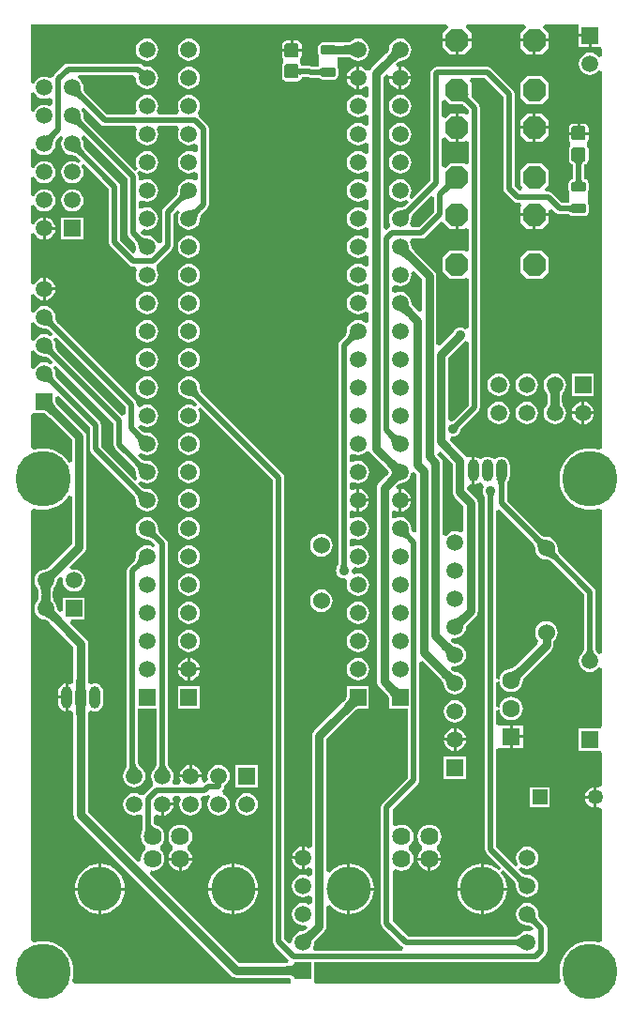
<source format=gtl>
G04 Layer_Physical_Order=1*
G04 Layer_Color=255*
%FSLAX44Y44*%
%MOMM*%
G71*
G01*
G75*
G04:AMPARAMS|DCode=10|XSize=1.3mm|YSize=0.8mm|CornerRadius=0.1mm|HoleSize=0mm|Usage=FLASHONLY|Rotation=0.000|XOffset=0mm|YOffset=0mm|HoleType=Round|Shape=RoundedRectangle|*
%AMROUNDEDRECTD10*
21,1,1.3000,0.6000,0,0,0.0*
21,1,1.1000,0.8000,0,0,0.0*
1,1,0.2000,0.5500,-0.3000*
1,1,0.2000,-0.5500,-0.3000*
1,1,0.2000,-0.5500,0.3000*
1,1,0.2000,0.5500,0.3000*
%
%ADD10ROUNDEDRECTD10*%
G04:AMPARAMS|DCode=11|XSize=1.27mm|YSize=1.27mm|CornerRadius=0.1588mm|HoleSize=0mm|Usage=FLASHONLY|Rotation=90.000|XOffset=0mm|YOffset=0mm|HoleType=Round|Shape=RoundedRectangle|*
%AMROUNDEDRECTD11*
21,1,1.2700,0.9525,0,0,90.0*
21,1,0.9525,1.2700,0,0,90.0*
1,1,0.3175,0.4763,0.4763*
1,1,0.3175,0.4763,-0.4763*
1,1,0.3175,-0.4763,-0.4763*
1,1,0.3175,-0.4763,0.4763*
%
%ADD11ROUNDEDRECTD11*%
%ADD12C,0.5000*%
%ADD13C,0.8000*%
%ADD14O,1.0000X2.0000*%
%ADD15O,1.0000X2.0000*%
%ADD16C,4.0000*%
%ADD17C,1.6256*%
%ADD18C,1.5000*%
%ADD19R,1.5000X1.5000*%
%ADD20C,1.3500*%
%ADD21R,1.3500X1.3500*%
%ADD22C,1.5240*%
%ADD23R,1.5000X1.5000*%
%ADD24P,2.2730X8X202.5*%
%ADD25R,1.6000X1.6000*%
%ADD26C,1.6000*%
%ADD27C,5.0000*%
%ADD28C,0.9000*%
G36*
X115158Y514526D02*
X115877Y513924D01*
X116602Y513394D01*
X117333Y512935D01*
X118070Y512548D01*
X118813Y512233D01*
X119562Y511989D01*
X120317Y511818D01*
X121078Y511718D01*
X121845Y511690D01*
X114420Y504265D01*
X114392Y505032D01*
X114292Y505793D01*
X114121Y506548D01*
X113877Y507297D01*
X113562Y508040D01*
X113175Y508777D01*
X112716Y509508D01*
X112186Y510233D01*
X111584Y510952D01*
X110910Y511665D01*
X114445Y515200D01*
X115158Y514526D01*
D02*
G37*
G36*
X345411Y489573D02*
X347508Y487742D01*
X348114Y487295D01*
X348673Y486930D01*
X349186Y486647D01*
X349652Y486446D01*
X350072Y486327D01*
X350445Y486290D01*
X343020Y478865D01*
X342983Y479238D01*
X342864Y479658D01*
X342663Y480124D01*
X342380Y480637D01*
X342015Y481196D01*
X341568Y481802D01*
X340429Y483153D01*
X338963Y484690D01*
X344620Y490347D01*
X345411Y489573D01*
D02*
G37*
G36*
X115158Y489126D02*
X115877Y488524D01*
X116602Y487994D01*
X117333Y487535D01*
X118070Y487148D01*
X118813Y486833D01*
X119562Y486589D01*
X120317Y486418D01*
X121078Y486318D01*
X121845Y486290D01*
X114420Y478865D01*
X114392Y479632D01*
X114292Y480393D01*
X114121Y481148D01*
X113877Y481897D01*
X113562Y482640D01*
X113175Y483377D01*
X112716Y484108D01*
X112186Y484833D01*
X111584Y485552D01*
X110910Y486265D01*
X114445Y489800D01*
X115158Y489126D01*
D02*
G37*
G36*
X411013Y596572D02*
X412478Y595714D01*
Y539068D01*
X398750Y525340D01*
X398696Y525290D01*
X398097Y524811D01*
X397925Y524692D01*
X397869Y524659D01*
X396828Y524522D01*
X396134Y524729D01*
X393828Y526635D01*
Y581914D01*
X407770Y595856D01*
X408406Y596119D01*
X409478Y596942D01*
X411013Y596572D01*
D02*
G37*
G36*
X405231Y521076D02*
X404762Y520597D01*
X403382Y518997D01*
X403161Y518675D01*
X402989Y518383D01*
X402867Y518123D01*
X402795Y517895D01*
X402772Y517697D01*
X398317Y522152D01*
X398515Y522175D01*
X398743Y522247D01*
X399003Y522369D01*
X399295Y522541D01*
X399617Y522762D01*
X400355Y523353D01*
X401217Y524142D01*
X401696Y524611D01*
X405231Y521076D01*
D02*
G37*
G36*
X343758Y514526D02*
X344477Y513924D01*
X345202Y513394D01*
X345933Y512935D01*
X346670Y512548D01*
X347413Y512233D01*
X348162Y511989D01*
X348917Y511818D01*
X349678Y511718D01*
X350445Y511690D01*
X343020Y504265D01*
X342992Y505032D01*
X342892Y505793D01*
X342721Y506548D01*
X342477Y507297D01*
X342162Y508040D01*
X341775Y508777D01*
X341316Y509508D01*
X340786Y510233D01*
X340184Y510952D01*
X339510Y511665D01*
X343045Y515200D01*
X343758Y514526D01*
D02*
G37*
G36*
X91930Y523160D02*
Y503682D01*
X92318Y501731D01*
X93423Y500077D01*
X109859Y483642D01*
X110178Y483261D01*
X110605Y482676D01*
X110964Y482105D01*
X111256Y481548D01*
X111487Y481004D01*
X111661Y480470D01*
X111781Y479944D01*
X111849Y479419D01*
X111864Y479020D01*
X111834Y478790D01*
X112177Y476180D01*
X113185Y473747D01*
X113745Y473018D01*
X111484Y471035D01*
X80536Y501984D01*
Y521462D01*
X80148Y523413D01*
X79043Y525067D01*
X41271Y562838D01*
X40952Y563219D01*
X40525Y563804D01*
X40166Y564375D01*
X39874Y564932D01*
X39643Y565476D01*
X39469Y566010D01*
X39350Y566536D01*
X39281Y567061D01*
X39266Y567460D01*
X39296Y567690D01*
X38953Y570300D01*
X37945Y572733D01*
X37385Y573462D01*
X39646Y575445D01*
X91930Y523160D01*
D02*
G37*
G36*
X435335Y458148D02*
X435224Y457935D01*
X435126Y457665D01*
X435042Y457338D01*
X434971Y456954D01*
X434866Y456014D01*
X434814Y454846D01*
X434808Y454176D01*
X429808D01*
X429801Y454846D01*
X429646Y456954D01*
X429574Y457338D01*
X429490Y457665D01*
X429392Y457935D01*
X429282Y458148D01*
X429158Y458304D01*
X435458D01*
X435335Y458148D01*
D02*
G37*
G36*
X115158Y463726D02*
X115877Y463124D01*
X116602Y462594D01*
X117333Y462135D01*
X118070Y461748D01*
X118813Y461433D01*
X119562Y461189D01*
X120317Y461018D01*
X121078Y460918D01*
X121845Y460890D01*
X114420Y453465D01*
X114392Y454232D01*
X114292Y454993D01*
X114121Y455748D01*
X113877Y456497D01*
X113562Y457240D01*
X113175Y457977D01*
X112716Y458708D01*
X112186Y459433D01*
X111584Y460152D01*
X110910Y460865D01*
X114445Y464400D01*
X115158Y463726D01*
D02*
G37*
G36*
X54150Y456837D02*
Y413942D01*
X34381Y394173D01*
X33140Y392989D01*
X31913Y391954D01*
X31433Y391600D01*
X31013Y391327D01*
X30691Y391149D01*
X30531Y391080D01*
X30480Y391086D01*
X27870Y390743D01*
X25437Y389735D01*
X23348Y388132D01*
X21745Y386043D01*
X20737Y383610D01*
X20394Y381000D01*
X20737Y378390D01*
X21745Y375957D01*
X23348Y373868D01*
X23388Y373837D01*
X23453Y373674D01*
X23555Y373321D01*
X23658Y372831D01*
X23744Y372263D01*
X23919Y369663D01*
X23924Y369269D01*
Y367672D01*
X23884Y365959D01*
X23747Y364359D01*
X23658Y363769D01*
X23555Y363279D01*
X23453Y362926D01*
X23388Y362763D01*
X23348Y362732D01*
X21745Y360643D01*
X20737Y358210D01*
X20394Y355600D01*
X20737Y352990D01*
X21745Y350557D01*
X23348Y348468D01*
X25437Y346865D01*
X27870Y345857D01*
X30480Y345514D01*
X30531Y345520D01*
X30691Y345451D01*
X31013Y345273D01*
X31433Y345000D01*
X31895Y344659D01*
X33858Y342944D01*
X34139Y342669D01*
X55674Y321134D01*
Y291183D01*
X55637Y289189D01*
X54705Y288375D01*
X52766Y287487D01*
X52595Y287482D01*
X51498Y287936D01*
X50800Y288028D01*
Y275590D01*
Y263152D01*
X51498Y263244D01*
X52502Y263660D01*
X54838Y262663D01*
X55614Y261973D01*
X55673Y261021D01*
X55674Y260872D01*
Y169418D01*
X55897Y167721D01*
X56552Y166140D01*
X57594Y164782D01*
X197802Y24574D01*
X199160Y23532D01*
X200741Y22877D01*
X202438Y22654D01*
X247703D01*
X248814Y22629D01*
X250021Y22536D01*
X250624Y22449D01*
X251755Y21565D01*
X251950Y18255D01*
X250793Y17079D01*
X55903D01*
X54334Y20079D01*
X55185Y23625D01*
X55525Y27940D01*
X55185Y32255D01*
X54175Y36464D01*
X52518Y40463D01*
X50257Y44154D01*
X47446Y47446D01*
X44154Y50257D01*
X40463Y52518D01*
X36464Y54175D01*
X32255Y55185D01*
X27940Y55525D01*
X23625Y55185D01*
X20079Y54334D01*
X17079Y55903D01*
Y444477D01*
X20079Y446046D01*
X23625Y445195D01*
X27940Y444855D01*
X32255Y445195D01*
X36464Y446205D01*
X40463Y447862D01*
X44154Y450123D01*
X47446Y452934D01*
X50257Y456226D01*
X51150Y457683D01*
X54150Y456837D01*
D02*
G37*
G36*
X365465Y476974D02*
Y425228D01*
X364816Y424744D01*
X364046Y424579D01*
X363400Y424603D01*
X362518Y424853D01*
X361017Y425625D01*
X360953Y425776D01*
X360779Y426310D01*
X360659Y426836D01*
X360591Y427361D01*
X360576Y427760D01*
X360606Y427990D01*
X360263Y430601D01*
X359255Y433033D01*
X357652Y435122D01*
X355563Y436725D01*
X353130Y437733D01*
X350520Y438076D01*
X347910Y437733D01*
X345852Y436880D01*
X344462Y437408D01*
X342852Y438492D01*
Y442837D01*
X344408Y443902D01*
X345852Y444456D01*
X347899Y443608D01*
X349250Y443431D01*
Y453390D01*
Y463349D01*
X348494Y463250D01*
X347408Y464621D01*
X346961Y465943D01*
X347860Y466801D01*
X349087Y467836D01*
X349567Y468190D01*
X349987Y468463D01*
X350309Y468641D01*
X350470Y468710D01*
X350520Y468704D01*
X353130Y469047D01*
X355563Y470055D01*
X357652Y471658D01*
X359255Y473747D01*
X360263Y476180D01*
X360491Y477916D01*
X362705Y479006D01*
X363241Y479061D01*
X365465Y476974D01*
D02*
G37*
G36*
X350445Y471290D02*
X350072Y471253D01*
X349652Y471134D01*
X349186Y470933D01*
X348673Y470650D01*
X348114Y470285D01*
X347508Y469838D01*
X346157Y468699D01*
X344620Y467233D01*
X338963Y472890D01*
X339737Y473681D01*
X341568Y475778D01*
X342015Y476384D01*
X342380Y476943D01*
X342663Y477456D01*
X342864Y477922D01*
X342983Y478342D01*
X343020Y478715D01*
X350445Y471290D01*
D02*
G37*
G36*
X445951Y472054D02*
X445638Y471513D01*
X445362Y470931D01*
X445123Y470308D01*
X444920Y469645D01*
X444754Y468941D01*
X444626Y468196D01*
X444534Y467410D01*
X444460Y465717D01*
X439460D01*
X439442Y466584D01*
X439294Y468196D01*
X439165Y468941D01*
X439000Y469645D01*
X438797Y470308D01*
X438558Y470931D01*
X438282Y471513D01*
X437969Y472054D01*
X437619Y472554D01*
X446301D01*
X445951Y472054D01*
D02*
G37*
G36*
X36227Y545512D02*
X36001Y544777D01*
Y543928D01*
X36227Y542966D01*
X36679Y541892D01*
X37358Y540704D01*
X38263Y539403D01*
X39395Y537988D01*
X42336Y534821D01*
X36679Y529164D01*
X35039Y530748D01*
X32097Y533237D01*
X30796Y534142D01*
X29608Y534821D01*
X28534Y535273D01*
X27572Y535499D01*
X26723D01*
X25988Y535273D01*
X25366Y534821D01*
X36679Y546134D01*
X36227Y545512D01*
D02*
G37*
G36*
X358057Y630742D02*
X358176Y630322D01*
X358377Y629856D01*
X358660Y629343D01*
X359025Y628784D01*
X359472Y628178D01*
X360611Y626827D01*
X362077Y625290D01*
X356420Y619633D01*
X355629Y620407D01*
X353532Y622238D01*
X352926Y622685D01*
X352367Y623050D01*
X351854Y623333D01*
X351388Y623534D01*
X350968Y623653D01*
X350595Y623690D01*
X358020Y631115D01*
X358057Y630742D01*
D02*
G37*
G36*
X36738Y617648D02*
X36838Y616887D01*
X37009Y616132D01*
X37253Y615383D01*
X37568Y614640D01*
X37955Y613903D01*
X38414Y613172D01*
X38944Y612447D01*
X39546Y611728D01*
X40220Y611015D01*
X36685Y607480D01*
X35972Y608154D01*
X35253Y608756D01*
X34528Y609286D01*
X33797Y609745D01*
X33060Y610132D01*
X32317Y610447D01*
X31568Y610691D01*
X30813Y610862D01*
X30052Y610962D01*
X29285Y610990D01*
X36710Y618415D01*
X36738Y617648D01*
D02*
G37*
G36*
X20475Y613447D02*
X22078Y611358D01*
X24167Y609755D01*
X26600Y608747D01*
X29210Y608404D01*
X29440Y608434D01*
X29839Y608419D01*
X30364Y608350D01*
X30890Y608231D01*
X31424Y608057D01*
X31968Y607826D01*
X32525Y607534D01*
X33096Y607175D01*
X33680Y606748D01*
X34062Y606429D01*
X36965Y603526D01*
X34983Y601265D01*
X34253Y601825D01*
X31820Y602833D01*
X29210Y603176D01*
X26600Y602833D01*
X24167Y601825D01*
X22078Y600222D01*
X20475Y598133D01*
X20079Y597176D01*
X17079Y597773D01*
Y613807D01*
X20079Y614404D01*
X20475Y613447D01*
D02*
G37*
G36*
X104122Y743378D02*
Y694690D01*
X104510Y692739D01*
X105615Y691085D01*
X109859Y686842D01*
X110178Y686461D01*
X110605Y685876D01*
X110964Y685305D01*
X111256Y684748D01*
X111487Y684204D01*
X111661Y683670D01*
X111781Y683144D01*
X111849Y682619D01*
X111864Y682220D01*
X111834Y681990D01*
X112177Y679380D01*
X110280Y676191D01*
X109923Y676051D01*
X98062Y687912D01*
Y736346D01*
X97674Y738297D01*
X96569Y739951D01*
X66671Y769848D01*
X66352Y770229D01*
X65925Y770814D01*
X65566Y771385D01*
X65274Y771942D01*
X65043Y772486D01*
X64869Y773020D01*
X64749Y773546D01*
X64681Y774071D01*
X64666Y774470D01*
X64696Y774700D01*
X64353Y777310D01*
X63345Y779743D01*
X62785Y780472D01*
X65046Y782455D01*
X104122Y743378D01*
D02*
G37*
G36*
X358057Y681542D02*
X358176Y681122D01*
X358377Y680656D01*
X358660Y680143D01*
X359025Y679584D01*
X359472Y678978D01*
X360611Y677627D01*
X362077Y676090D01*
X356420Y670433D01*
X355629Y671207D01*
X353532Y673038D01*
X352926Y673485D01*
X352367Y673850D01*
X351854Y674133D01*
X351388Y674334D01*
X350968Y674453D01*
X350595Y674490D01*
X358020Y681915D01*
X358057Y681542D01*
D02*
G37*
G36*
X370215Y653023D02*
Y624686D01*
X367444Y623538D01*
X363693Y627289D01*
X362509Y628530D01*
X361474Y629757D01*
X361120Y630237D01*
X360847Y630657D01*
X360669Y630979D01*
X360600Y631139D01*
X360606Y631190D01*
X360263Y633801D01*
X359255Y636233D01*
X357652Y638322D01*
X355563Y639925D01*
X353130Y640933D01*
X350520Y641276D01*
X347910Y640933D01*
X346118Y640190D01*
X344135Y641046D01*
X343118Y641896D01*
Y645884D01*
X344135Y646734D01*
X346118Y647590D01*
X347910Y646847D01*
X350520Y646504D01*
X353130Y646847D01*
X355563Y647855D01*
X357652Y649458D01*
X359255Y651547D01*
X360263Y653979D01*
X360606Y656590D01*
X360333Y658662D01*
X361593Y659682D01*
X363034Y660204D01*
X370215Y653023D01*
D02*
G37*
G36*
X312345Y598290D02*
X311578Y598262D01*
X310817Y598162D01*
X310062Y597991D01*
X309313Y597747D01*
X308570Y597432D01*
X307833Y597045D01*
X307102Y596586D01*
X306377Y596056D01*
X305658Y595454D01*
X304945Y594780D01*
X301410Y598315D01*
X302084Y599028D01*
X302686Y599747D01*
X303216Y600472D01*
X303675Y601203D01*
X304062Y601940D01*
X304377Y602683D01*
X304621Y603432D01*
X304792Y604187D01*
X304892Y604948D01*
X304920Y605715D01*
X312345Y598290D01*
D02*
G37*
G36*
X167448Y554148D02*
X167548Y553387D01*
X167719Y552632D01*
X167963Y551883D01*
X168278Y551140D01*
X168665Y550403D01*
X169124Y549672D01*
X169654Y548947D01*
X170256Y548228D01*
X170930Y547515D01*
X167395Y543980D01*
X166682Y544654D01*
X165963Y545256D01*
X165238Y545786D01*
X164507Y546245D01*
X163770Y546632D01*
X163027Y546947D01*
X162278Y547191D01*
X161523Y547362D01*
X160762Y547462D01*
X159995Y547490D01*
X167420Y554915D01*
X167448Y554148D01*
D02*
G37*
G36*
X29434Y531985D02*
X30543Y531213D01*
X33329Y528856D01*
X34602Y527626D01*
X54150Y508078D01*
Y488043D01*
X51150Y487197D01*
X50257Y488654D01*
X47446Y491946D01*
X44154Y494757D01*
X40463Y497018D01*
X36464Y498675D01*
X32255Y499685D01*
X27940Y500025D01*
X23625Y499685D01*
X20079Y498834D01*
X17079Y500403D01*
Y530193D01*
X19210Y532290D01*
X25273D01*
X25366Y532271D01*
X25459Y532290D01*
X28899D01*
X29434Y531985D01*
D02*
G37*
G36*
X102598Y537892D02*
Y531154D01*
X99598Y529911D01*
X41271Y588238D01*
X40952Y588619D01*
X40525Y589204D01*
X40166Y589775D01*
X39874Y590332D01*
X39643Y590876D01*
X39469Y591410D01*
X39350Y591936D01*
X39281Y592461D01*
X39266Y592860D01*
X39296Y593090D01*
X38953Y595700D01*
X37945Y598133D01*
X37385Y598862D01*
X39646Y600845D01*
X102598Y537892D01*
D02*
G37*
G36*
X36738Y592248D02*
X36838Y591487D01*
X37009Y590732D01*
X37253Y589983D01*
X37568Y589240D01*
X37955Y588503D01*
X38414Y587772D01*
X38944Y587047D01*
X39546Y586328D01*
X40220Y585615D01*
X36685Y582080D01*
X35972Y582754D01*
X35253Y583356D01*
X34528Y583886D01*
X33797Y584345D01*
X33060Y584732D01*
X32317Y585047D01*
X31568Y585291D01*
X30813Y585462D01*
X30052Y585562D01*
X29285Y585590D01*
X36710Y593015D01*
X36738Y592248D01*
D02*
G37*
G36*
X20475Y588047D02*
X22078Y585958D01*
X24167Y584355D01*
X26600Y583347D01*
X29210Y583004D01*
X29440Y583034D01*
X29839Y583019D01*
X30364Y582951D01*
X30890Y582831D01*
X31424Y582657D01*
X31968Y582426D01*
X32525Y582134D01*
X33096Y581776D01*
X33680Y581348D01*
X34062Y581029D01*
X36965Y578126D01*
X34983Y575865D01*
X34253Y576425D01*
X31820Y577433D01*
X29210Y577776D01*
X26600Y577433D01*
X24167Y576425D01*
X22078Y574822D01*
X20475Y572733D01*
X20079Y571776D01*
X17079Y572373D01*
Y588407D01*
X20079Y589004D01*
X20475Y588047D01*
D02*
G37*
G36*
X36738Y566848D02*
X36838Y566087D01*
X37009Y565332D01*
X37253Y564583D01*
X37568Y563840D01*
X37955Y563103D01*
X38414Y562372D01*
X38944Y561647D01*
X39546Y560928D01*
X40220Y560215D01*
X36685Y556680D01*
X35972Y557354D01*
X35253Y557956D01*
X34528Y558486D01*
X33797Y558945D01*
X33060Y559332D01*
X32317Y559647D01*
X31568Y559891D01*
X30813Y560062D01*
X30052Y560162D01*
X29285Y560190D01*
X36710Y567615D01*
X36738Y566848D01*
D02*
G37*
G36*
X398066Y486586D02*
Y460756D01*
X398289Y459059D01*
X398944Y457478D01*
X399986Y456120D01*
X407718Y448388D01*
Y425792D01*
X406108Y424708D01*
X404718Y424180D01*
X402660Y425033D01*
X400050Y425376D01*
X397439Y425033D01*
X395007Y424025D01*
X392918Y422422D01*
X392080Y421330D01*
X389080Y422349D01*
Y486995D01*
X388857Y488692D01*
X388202Y490273D01*
X387160Y491631D01*
X384158Y494633D01*
X384351Y496058D01*
X387524Y497128D01*
X398066Y486586D01*
D02*
G37*
G36*
X316264Y268120D02*
X315642Y268573D01*
X314907Y268799D01*
X314058D01*
X313096Y268573D01*
X312022Y268120D01*
X310834Y267442D01*
X309533Y266537D01*
X308118Y265405D01*
X304951Y262464D01*
X299294Y268120D01*
X300878Y269761D01*
X303367Y272703D01*
X304272Y274004D01*
X304951Y275192D01*
X305403Y276266D01*
X305629Y277228D01*
Y278077D01*
X305403Y278812D01*
X304951Y279434D01*
X316264Y268120D01*
D02*
G37*
G36*
X66912Y268830D02*
X66769Y268256D01*
X66642Y267571D01*
X66440Y265863D01*
X66306Y263709D01*
X66230Y259640D01*
X58230D01*
X58222Y261108D01*
X57818Y267571D01*
X57691Y268256D01*
X57548Y268830D01*
X57388Y269293D01*
X67072D01*
X66912Y268830D01*
D02*
G37*
G36*
X138418Y216560D02*
X138500Y215626D01*
X138638Y214739D01*
X138830Y213897D01*
X139078Y213103D01*
X139380Y212354D01*
X139738Y211653D01*
X140150Y210997D01*
X140618Y210388D01*
X141140Y209826D01*
X130640D01*
X131163Y210388D01*
X131630Y210997D01*
X132043Y211653D01*
X132400Y212354D01*
X132703Y213103D01*
X132950Y213897D01*
X133142Y214739D01*
X133280Y215626D01*
X133363Y216560D01*
X133390Y217541D01*
X138390D01*
X138418Y216560D01*
D02*
G37*
G36*
X394941Y299073D02*
X397038Y297242D01*
X397644Y296795D01*
X398203Y296430D01*
X398716Y296147D01*
X399182Y295946D01*
X399602Y295827D01*
X399975Y295790D01*
X392550Y288365D01*
X392513Y288738D01*
X392394Y289158D01*
X392193Y289624D01*
X391910Y290137D01*
X391545Y290696D01*
X391098Y291302D01*
X389959Y292653D01*
X388493Y294190D01*
X394150Y299847D01*
X394941Y299073D01*
D02*
G37*
G36*
X66238Y290072D02*
X66642Y283609D01*
X66769Y282924D01*
X66912Y282350D01*
X67072Y281887D01*
X57388D01*
X57548Y282350D01*
X57691Y282924D01*
X57818Y283609D01*
X58020Y285317D01*
X58154Y287471D01*
X58230Y291540D01*
X66230D01*
X66238Y290072D01*
D02*
G37*
G36*
X344694Y287129D02*
X347639Y284634D01*
X348941Y283726D01*
X350129Y283044D01*
X351204Y282589D01*
X352164Y282359D01*
X353011Y282356D01*
X353745Y282579D01*
X354364Y283029D01*
X343081Y271746D01*
X343531Y272365D01*
X343754Y273099D01*
X343751Y273946D01*
X343521Y274906D01*
X343066Y275981D01*
X342384Y277169D01*
X341476Y278471D01*
X340341Y279887D01*
X337394Y283060D01*
X343050Y288716D01*
X344694Y287129D01*
D02*
G37*
G36*
X111497Y216908D02*
X111589Y215973D01*
X111743Y215102D01*
X111958Y214294D01*
X112235Y213550D01*
X112573Y212869D01*
X112973Y212252D01*
X113435Y211698D01*
X113958Y211208D01*
X114542Y210781D01*
X104261Y208647D01*
X104680Y209321D01*
X105055Y210026D01*
X105386Y210762D01*
X105672Y211530D01*
X105915Y212329D01*
X106113Y213160D01*
X106268Y214023D01*
X106378Y214916D01*
X106466Y216799D01*
X111466Y217906D01*
X111497Y216908D01*
D02*
G37*
G36*
X274447Y60510D02*
X273673Y59718D01*
X271842Y57622D01*
X271395Y57016D01*
X271030Y56457D01*
X270747Y55944D01*
X270546Y55478D01*
X270427Y55058D01*
X270390Y54685D01*
X262965Y62110D01*
X263338Y62147D01*
X263758Y62266D01*
X264224Y62467D01*
X264737Y62750D01*
X265296Y63115D01*
X265902Y63562D01*
X267253Y64701D01*
X268790Y66167D01*
X274447Y60510D01*
D02*
G37*
G36*
X460034Y49360D02*
X459472Y49882D01*
X458863Y50350D01*
X458207Y50763D01*
X457506Y51120D01*
X456757Y51423D01*
X455963Y51670D01*
X455121Y51863D01*
X454234Y52000D01*
X453300Y52083D01*
X452319Y52110D01*
Y57110D01*
X453300Y57137D01*
X454234Y57220D01*
X455121Y57358D01*
X455963Y57550D01*
X456757Y57797D01*
X457506Y58100D01*
X458207Y58457D01*
X458863Y58870D01*
X459472Y59338D01*
X460034Y59860D01*
Y49360D01*
D02*
G37*
G36*
X255420Y21741D02*
X255340Y22400D01*
X255100Y22989D01*
X254701Y23510D01*
X254140Y23961D01*
X253421Y24343D01*
X252540Y24655D01*
X251500Y24898D01*
X250301Y25071D01*
X248941Y25175D01*
X247421Y25210D01*
Y33210D01*
X248941Y33245D01*
X250301Y33349D01*
X251500Y33522D01*
X252540Y33765D01*
X253421Y34077D01*
X254140Y34459D01*
X254701Y34910D01*
X255100Y35431D01*
X255340Y36020D01*
X255420Y36679D01*
Y21741D01*
D02*
G37*
G36*
X125726Y163300D02*
X125834Y162306D01*
X126014Y161407D01*
X126265Y160602D01*
X126589Y159892D01*
X126984Y159275D01*
X127452Y158754D01*
X127991Y158327D01*
X128602Y157994D01*
X129285Y157756D01*
X119584Y152740D01*
X119795Y153359D01*
X119982Y154030D01*
X120292Y155528D01*
X120414Y156355D01*
X120646Y159147D01*
X120690Y161269D01*
X125690Y164389D01*
X125726Y163300D01*
D02*
G37*
G36*
X458628Y115746D02*
X459347Y115144D01*
X460072Y114614D01*
X460803Y114155D01*
X461540Y113768D01*
X462283Y113453D01*
X463032Y113209D01*
X463787Y113038D01*
X464548Y112938D01*
X465315Y112910D01*
X457890Y105485D01*
X457862Y106252D01*
X457762Y107013D01*
X457591Y107768D01*
X457347Y108517D01*
X457032Y109260D01*
X456645Y109997D01*
X456186Y110728D01*
X455656Y111453D01*
X455053Y112172D01*
X454380Y112885D01*
X457915Y116420D01*
X458628Y115746D01*
D02*
G37*
G36*
X472918Y79168D02*
X473018Y78407D01*
X473189Y77652D01*
X473433Y76903D01*
X473748Y76160D01*
X474135Y75423D01*
X474594Y74692D01*
X475124Y73967D01*
X475726Y73248D01*
X476400Y72535D01*
X472865Y69000D01*
X472152Y69674D01*
X471433Y70276D01*
X470708Y70806D01*
X469977Y71265D01*
X469240Y71652D01*
X468497Y71967D01*
X467748Y72211D01*
X466993Y72382D01*
X466232Y72482D01*
X465465Y72510D01*
X472890Y79935D01*
X472918Y79168D01*
D02*
G37*
G36*
X463103Y297426D02*
X462291Y296591D01*
X460370Y294331D01*
X459902Y293659D01*
X459519Y293028D01*
X459223Y292437D01*
X459012Y291888D01*
X458888Y291378D01*
X458850Y290910D01*
X450930Y298830D01*
X451398Y298868D01*
X451908Y298993D01*
X452457Y299203D01*
X453048Y299499D01*
X453679Y299882D01*
X454351Y300350D01*
X455817Y301544D01*
X456611Y302271D01*
X457446Y303083D01*
X463103Y297426D01*
D02*
G37*
G36*
X490248Y409244D02*
X490349Y408462D01*
X490522Y407687D01*
X490768Y406920D01*
X491087Y406161D01*
X491478Y405409D01*
X491942Y404664D01*
X492478Y403928D01*
X493087Y403199D01*
X493768Y402477D01*
X490233Y398942D01*
X489511Y399623D01*
X488782Y400232D01*
X488046Y400768D01*
X487301Y401232D01*
X486549Y401623D01*
X485790Y401942D01*
X485023Y402188D01*
X484248Y402361D01*
X483466Y402462D01*
X482676Y402490D01*
X490220Y410034D01*
X490248Y409244D01*
D02*
G37*
G36*
X302227Y396562D02*
X302383Y394454D01*
X302454Y394070D01*
X302539Y393743D01*
X302636Y393473D01*
X302747Y393260D01*
X302870Y393104D01*
X296570D01*
X296693Y393260D01*
X296804Y393473D01*
X296901Y393743D01*
X296986Y394070D01*
X297057Y394454D01*
X297162Y395394D01*
X297213Y396562D01*
X297220Y397232D01*
X302220D01*
X302227Y396562D01*
D02*
G37*
G36*
X121845Y395090D02*
X121078Y395062D01*
X120317Y394962D01*
X119562Y394791D01*
X118813Y394547D01*
X118070Y394232D01*
X117333Y393845D01*
X116602Y393386D01*
X115877Y392856D01*
X115158Y392254D01*
X114445Y391580D01*
X110910Y395115D01*
X111584Y395828D01*
X112186Y396547D01*
X112716Y397272D01*
X113175Y398003D01*
X113562Y398740D01*
X113877Y399483D01*
X114121Y400232D01*
X114292Y400987D01*
X114392Y401748D01*
X114420Y402515D01*
X121845Y395090D01*
D02*
G37*
G36*
X358048Y427148D02*
X358148Y426387D01*
X358319Y425632D01*
X358563Y424883D01*
X358878Y424140D01*
X359265Y423403D01*
X359724Y422672D01*
X360254Y421947D01*
X360856Y421228D01*
X361530Y420515D01*
X357995Y416980D01*
X357282Y417654D01*
X356563Y418256D01*
X355838Y418786D01*
X355107Y419245D01*
X354370Y419632D01*
X353627Y419947D01*
X352878Y420191D01*
X352123Y420362D01*
X351362Y420462D01*
X350595Y420490D01*
X358020Y427915D01*
X358048Y427148D01*
D02*
G37*
G36*
X129448D02*
X129548Y426387D01*
X129719Y425632D01*
X129963Y424883D01*
X130278Y424140D01*
X130665Y423403D01*
X131124Y422672D01*
X131654Y421947D01*
X132256Y421228D01*
X132930Y420515D01*
X129395Y416980D01*
X128682Y417654D01*
X127963Y418256D01*
X127238Y418786D01*
X126507Y419245D01*
X125770Y419632D01*
X125027Y419947D01*
X124278Y420191D01*
X123523Y420362D01*
X122762Y420462D01*
X121995Y420490D01*
X129420Y427915D01*
X129448Y427148D01*
D02*
G37*
G36*
X475689Y420597D02*
X476418Y419988D01*
X477155Y419452D01*
X477899Y418988D01*
X478651Y418597D01*
X479410Y418278D01*
X480177Y418032D01*
X480952Y417859D01*
X481734Y417758D01*
X482524Y417729D01*
X474980Y410186D01*
X474952Y410976D01*
X474851Y411758D01*
X474678Y412533D01*
X474432Y413300D01*
X474113Y414059D01*
X473722Y414811D01*
X473258Y415555D01*
X472722Y416292D01*
X472113Y417021D01*
X471432Y417743D01*
X474967Y421278D01*
X475689Y420597D01*
D02*
G37*
G36*
X42037Y386900D02*
X41263Y386109D01*
X39432Y384012D01*
X38985Y383406D01*
X38620Y382847D01*
X38337Y382334D01*
X38136Y381868D01*
X38017Y381448D01*
X37980Y381075D01*
X30555Y388500D01*
X30928Y388537D01*
X31348Y388656D01*
X31814Y388857D01*
X32327Y389140D01*
X32886Y389505D01*
X33492Y389952D01*
X34843Y391091D01*
X36380Y392557D01*
X42037Y386900D01*
D02*
G37*
G36*
X411607Y344990D02*
X410833Y344198D01*
X409002Y342102D01*
X408555Y341496D01*
X408190Y340937D01*
X407907Y340424D01*
X407706Y339958D01*
X407587Y339538D01*
X407550Y339165D01*
X400125Y346590D01*
X400498Y346627D01*
X400918Y346746D01*
X401384Y346947D01*
X401897Y347230D01*
X402456Y347595D01*
X403062Y348042D01*
X404413Y349181D01*
X405950Y350647D01*
X411607Y344990D01*
D02*
G37*
G36*
X524497Y320640D02*
X524580Y319706D01*
X524717Y318819D01*
X524910Y317977D01*
X525158Y317183D01*
X525460Y316434D01*
X525817Y315733D01*
X526230Y315077D01*
X526698Y314468D01*
X527220Y313906D01*
X516720D01*
X517243Y314468D01*
X517710Y315077D01*
X518122Y315733D01*
X518480Y316434D01*
X518783Y317183D01*
X519030Y317977D01*
X519222Y318819D01*
X519360Y319706D01*
X519442Y320640D01*
X519470Y321621D01*
X524470D01*
X524497Y320640D01*
D02*
G37*
G36*
X394941Y324473D02*
X397038Y322642D01*
X397644Y322195D01*
X398203Y321830D01*
X398716Y321547D01*
X399182Y321346D01*
X399602Y321227D01*
X399975Y321190D01*
X392550Y313765D01*
X392513Y314138D01*
X392394Y314558D01*
X392193Y315024D01*
X391910Y315537D01*
X391545Y316096D01*
X391098Y316702D01*
X389959Y318053D01*
X388493Y319590D01*
X394150Y325247D01*
X394941Y324473D01*
D02*
G37*
G36*
X35492Y375354D02*
X35280Y374972D01*
X35092Y374500D01*
X34930Y373938D01*
X34792Y373284D01*
X34680Y372540D01*
X34530Y370779D01*
X34480Y368656D01*
X26480D01*
X26467Y369763D01*
X26280Y372540D01*
X26168Y373284D01*
X26030Y373938D01*
X25868Y374500D01*
X25680Y374972D01*
X25468Y375354D01*
X25230Y375644D01*
X35730D01*
X35492Y375354D01*
D02*
G37*
G36*
X34492Y366837D02*
X34680Y364060D01*
X34792Y363316D01*
X34930Y362662D01*
X35092Y362100D01*
X35280Y361628D01*
X35492Y361246D01*
X35730Y360956D01*
X25230D01*
X25468Y361246D01*
X25680Y361628D01*
X25868Y362100D01*
X26030Y362662D01*
X26168Y363316D01*
X26280Y364060D01*
X26430Y365821D01*
X26480Y367944D01*
X34480D01*
X34492Y366837D01*
D02*
G37*
G36*
X38017Y355152D02*
X38136Y354732D01*
X38337Y354266D01*
X38620Y353753D01*
X38985Y353194D01*
X39432Y352588D01*
X40571Y351237D01*
X42037Y349700D01*
X36380Y344043D01*
X35589Y344817D01*
X33492Y346648D01*
X32886Y347095D01*
X32327Y347460D01*
X31814Y347743D01*
X31348Y347944D01*
X30928Y348063D01*
X30555Y348100D01*
X37980Y355525D01*
X38017Y355152D01*
D02*
G37*
G36*
X115158Y692326D02*
X115877Y691724D01*
X116602Y691194D01*
X117333Y690735D01*
X118070Y690348D01*
X118813Y690033D01*
X119562Y689789D01*
X120317Y689618D01*
X121078Y689518D01*
X121845Y689490D01*
X114420Y682065D01*
X114392Y682832D01*
X114292Y683593D01*
X114121Y684348D01*
X113877Y685097D01*
X113562Y685840D01*
X113175Y686577D01*
X112716Y687308D01*
X112186Y688033D01*
X111584Y688752D01*
X110910Y689465D01*
X114445Y693000D01*
X115158Y692326D01*
D02*
G37*
G36*
X505611Y712741D02*
X505414Y712969D01*
X505143Y713173D01*
X504799Y713353D01*
X504380Y713508D01*
X503888Y713640D01*
X503322Y713748D01*
X502683Y713832D01*
X501182Y713928D01*
X500322Y713940D01*
Y718940D01*
X501182Y718952D01*
X503322Y719132D01*
X503888Y719240D01*
X504380Y719372D01*
X504799Y719528D01*
X505143Y719707D01*
X505414Y719911D01*
X505611Y720139D01*
Y712741D01*
D02*
G37*
G36*
X20475Y820457D02*
X22078Y818368D01*
X24167Y816765D01*
X26600Y815757D01*
X29210Y815414D01*
X31820Y815757D01*
X33812Y816582D01*
X35373Y815969D01*
X36812Y814947D01*
Y810653D01*
X35373Y809631D01*
X33812Y809018D01*
X31820Y809843D01*
X29210Y810186D01*
X26600Y809843D01*
X24167Y808835D01*
X22078Y807232D01*
X20475Y805143D01*
X20079Y804186D01*
X17079Y804783D01*
Y820817D01*
X20079Y821414D01*
X20475Y820457D01*
D02*
G37*
G36*
X395380Y810320D02*
X407411D01*
X407554Y810227D01*
X408727Y809263D01*
X412478Y805512D01*
Y802461D01*
X409706Y801313D01*
X408400Y802620D01*
X403150D01*
Y789580D01*
Y776540D01*
X408400D01*
X409706Y777846D01*
X412478Y776698D01*
Y757402D01*
X409706Y756254D01*
X408380Y757580D01*
X395380D01*
X391130Y753330D01*
X388130Y754573D01*
Y779527D01*
X391130Y780770D01*
X395360Y776540D01*
X400610D01*
Y789580D01*
Y802620D01*
X395360D01*
X391130Y798390D01*
X388130Y799633D01*
Y813327D01*
X391130Y814570D01*
X395380Y810320D01*
D02*
G37*
G36*
X412031Y819544D02*
X411867Y819112D01*
X411827Y818626D01*
X411912Y818085D01*
X412122Y817490D01*
X412455Y816841D01*
X412914Y816137D01*
X413497Y815379D01*
X414204Y814567D01*
X415035Y813700D01*
X411500Y810165D01*
X410633Y810996D01*
X409063Y812286D01*
X408359Y812745D01*
X407710Y813078D01*
X407115Y813288D01*
X406574Y813373D01*
X406088Y813333D01*
X405656Y813169D01*
X405278Y812881D01*
X412319Y819922D01*
X412031Y819544D01*
D02*
G37*
G36*
X381236Y726654D02*
Y713312D01*
X367712Y699788D01*
X361073D01*
X360051Y701227D01*
X359438Y702788D01*
X360263Y704780D01*
X360606Y707390D01*
X360576Y707620D01*
X360591Y708019D01*
X360659Y708544D01*
X360779Y709070D01*
X360953Y709604D01*
X361184Y710148D01*
X361476Y710705D01*
X361834Y711276D01*
X362262Y711860D01*
X362581Y712242D01*
X378236Y727896D01*
X381236Y726654D01*
D02*
G37*
G36*
X170930Y714865D02*
X170256Y714152D01*
X169654Y713433D01*
X169124Y712708D01*
X168665Y711977D01*
X168278Y711240D01*
X167963Y710497D01*
X167719Y709748D01*
X167548Y708993D01*
X167448Y708232D01*
X167420Y707465D01*
X159995Y714890D01*
X160762Y714918D01*
X161523Y715018D01*
X162278Y715189D01*
X163027Y715433D01*
X163770Y715748D01*
X164507Y716135D01*
X165238Y716594D01*
X165963Y717124D01*
X166682Y717726D01*
X167395Y718400D01*
X170930Y714865D01*
D02*
G37*
G36*
X361530D02*
X360856Y714152D01*
X360254Y713433D01*
X359724Y712708D01*
X359265Y711977D01*
X358878Y711240D01*
X358563Y710497D01*
X358319Y709748D01*
X358148Y708993D01*
X358048Y708232D01*
X358020Y707465D01*
X350595Y714890D01*
X351362Y714918D01*
X352123Y715018D01*
X352878Y715189D01*
X353627Y715433D01*
X354370Y715748D01*
X355107Y716135D01*
X355838Y716594D01*
X356563Y717124D01*
X357282Y717726D01*
X357995Y718400D01*
X361530Y714865D01*
D02*
G37*
G36*
X159845Y725290D02*
X159078Y725262D01*
X158317Y725162D01*
X157562Y724991D01*
X156813Y724747D01*
X156070Y724432D01*
X155333Y724045D01*
X154602Y723586D01*
X153877Y723056D01*
X153158Y722454D01*
X152445Y721780D01*
X148910Y725315D01*
X149584Y726028D01*
X150186Y726747D01*
X150716Y727472D01*
X151175Y728203D01*
X151562Y728940D01*
X151877Y729683D01*
X152121Y730432D01*
X152292Y731187D01*
X152392Y731948D01*
X152420Y732715D01*
X159845Y725290D01*
D02*
G37*
G36*
X62138Y773858D02*
X62238Y773097D01*
X62409Y772342D01*
X62653Y771593D01*
X62968Y770850D01*
X63355Y770113D01*
X63814Y769382D01*
X64344Y768657D01*
X64946Y767938D01*
X65620Y767225D01*
X62085Y763690D01*
X61372Y764364D01*
X60653Y764966D01*
X59928Y765496D01*
X59197Y765955D01*
X58460Y766342D01*
X57717Y766657D01*
X56968Y766901D01*
X56213Y767072D01*
X55452Y767172D01*
X54685Y767200D01*
X62110Y774625D01*
X62138Y773858D01*
D02*
G37*
G36*
X80215Y792685D02*
X81869Y791580D01*
X83820Y791192D01*
X111367D01*
X112389Y789753D01*
X113002Y788192D01*
X112177Y786200D01*
X111834Y783590D01*
X112177Y780980D01*
X113185Y778547D01*
X114788Y776458D01*
X116877Y774855D01*
X119310Y773847D01*
X121920Y773504D01*
X124530Y773847D01*
X126963Y774855D01*
X129052Y776458D01*
X130655Y778547D01*
X131663Y780980D01*
X132006Y783590D01*
X131663Y786200D01*
X130838Y788192D01*
X131451Y789753D01*
X132473Y791192D01*
X149367D01*
X150389Y789753D01*
X151002Y788192D01*
X150177Y786200D01*
X149834Y783590D01*
X150177Y780980D01*
X151185Y778547D01*
X152788Y776458D01*
X154877Y774855D01*
X157309Y773847D01*
X159920Y773504D01*
X162530Y773847D01*
X164622Y774714D01*
X165916Y774231D01*
X167622Y773114D01*
Y768666D01*
X165916Y767549D01*
X164622Y767066D01*
X162530Y767933D01*
X159920Y768276D01*
X157309Y767933D01*
X154877Y766925D01*
X152788Y765322D01*
X151185Y763233D01*
X150177Y760800D01*
X149834Y758190D01*
X150177Y755580D01*
X151185Y753147D01*
X152788Y751058D01*
X154877Y749455D01*
X157309Y748447D01*
X159920Y748104D01*
X162530Y748447D01*
X164622Y749314D01*
X165916Y748831D01*
X167622Y747714D01*
Y743266D01*
X165916Y742149D01*
X164622Y741666D01*
X162530Y742533D01*
X159920Y742876D01*
X157309Y742533D01*
X154877Y741525D01*
X152788Y739922D01*
X151185Y737833D01*
X150177Y735400D01*
X149834Y732790D01*
X149864Y732560D01*
X149849Y732161D01*
X149780Y731636D01*
X149661Y731110D01*
X149487Y730576D01*
X149256Y730032D01*
X148964Y729474D01*
X148605Y728904D01*
X148178Y728320D01*
X147859Y727938D01*
X137111Y717191D01*
X136006Y715537D01*
X135618Y713586D01*
Y686919D01*
X134199Y685397D01*
X133266Y685484D01*
X130859Y686541D01*
X130655Y687033D01*
X129052Y689122D01*
X126963Y690725D01*
X124530Y691733D01*
X121920Y692076D01*
X121690Y692046D01*
X121291Y692061D01*
X120766Y692130D01*
X120240Y692249D01*
X119706Y692423D01*
X119162Y692654D01*
X118604Y692946D01*
X118034Y693305D01*
X117450Y693732D01*
X117068Y694051D01*
X116449Y694671D01*
X116224Y695707D01*
X119310Y697647D01*
X121920Y697304D01*
X124530Y697647D01*
X126963Y698655D01*
X129052Y700258D01*
X130655Y702347D01*
X131663Y704780D01*
X132006Y707390D01*
X131663Y710001D01*
X130655Y712433D01*
X129052Y714522D01*
X126963Y716125D01*
X124530Y717133D01*
X121920Y717476D01*
X119310Y717133D01*
X117318Y716308D01*
X115757Y716921D01*
X114318Y717943D01*
Y722237D01*
X115757Y723259D01*
X117318Y723872D01*
X119310Y723047D01*
X121920Y722704D01*
X124530Y723047D01*
X126963Y724055D01*
X129052Y725658D01*
X130655Y727747D01*
X131663Y730180D01*
X132006Y732790D01*
X131663Y735400D01*
X130655Y737833D01*
X129052Y739922D01*
X126963Y741525D01*
X124530Y742533D01*
X121920Y742876D01*
X119310Y742533D01*
X117318Y741708D01*
X115757Y742321D01*
X114318Y743343D01*
Y745490D01*
X113930Y747441D01*
X113441Y748173D01*
X113253Y748455D01*
X115472Y750533D01*
X115787Y750292D01*
X116877Y749455D01*
X119310Y748447D01*
X121920Y748104D01*
X124530Y748447D01*
X126963Y749455D01*
X129052Y751058D01*
X130655Y753147D01*
X131663Y755580D01*
X132006Y758190D01*
X131663Y760800D01*
X130655Y763233D01*
X129052Y765322D01*
X126963Y766925D01*
X124530Y767933D01*
X121920Y768276D01*
X119310Y767933D01*
X116877Y766925D01*
X114788Y765322D01*
X113185Y763233D01*
X112177Y760800D01*
X111834Y758190D01*
X112177Y755580D01*
X113185Y753147D01*
X113490Y752749D01*
X113745Y752418D01*
X111484Y750435D01*
X111240Y750680D01*
X66671Y795248D01*
X66352Y795629D01*
X65925Y796214D01*
X65566Y796785D01*
X65274Y797342D01*
X65043Y797886D01*
X64869Y798420D01*
X64749Y798946D01*
X64681Y799471D01*
X64666Y799870D01*
X64696Y800100D01*
X64353Y802710D01*
X63345Y805143D01*
X62785Y805872D01*
X65046Y807855D01*
X80215Y792685D01*
D02*
G37*
G36*
X40220Y782175D02*
X39546Y781462D01*
X38944Y780743D01*
X38414Y780018D01*
X37955Y779287D01*
X37568Y778550D01*
X37253Y777807D01*
X37009Y777058D01*
X36838Y776303D01*
X36738Y775542D01*
X36710Y774775D01*
X29285Y782200D01*
X30052Y782228D01*
X30813Y782328D01*
X31568Y782499D01*
X32317Y782743D01*
X33060Y783058D01*
X33797Y783445D01*
X34528Y783904D01*
X35253Y784434D01*
X35972Y785036D01*
X36685Y785710D01*
X40220Y782175D01*
D02*
G37*
G36*
X516330Y758851D02*
X515906Y758699D01*
X515532Y758445D01*
X515208Y758090D01*
X514934Y757633D01*
X514709Y757074D01*
X514534Y756414D01*
X514410Y755653D01*
X514335Y754790D01*
X514310Y753825D01*
X509310D01*
X509285Y754790D01*
X509210Y755653D01*
X509086Y756414D01*
X508911Y757074D01*
X508686Y757633D01*
X508412Y758090D01*
X508088Y758445D01*
X507714Y758699D01*
X507290Y758851D01*
X506816Y758902D01*
X516804D01*
X516330Y758851D01*
D02*
G37*
G36*
X398481Y734141D02*
X398104Y734429D01*
X397672Y734593D01*
X397185Y734633D01*
X396645Y734548D01*
X396050Y734338D01*
X395400Y734005D01*
X394697Y733546D01*
X393939Y732963D01*
X393126Y732256D01*
X392260Y731425D01*
X388724Y734960D01*
X389556Y735827D01*
X390846Y737397D01*
X391304Y738101D01*
X391638Y738750D01*
X391847Y739345D01*
X391932Y739886D01*
X391893Y740372D01*
X391729Y740804D01*
X391441Y741182D01*
X398481Y734141D01*
D02*
G37*
G36*
X514335Y744473D02*
X514410Y743617D01*
X514535Y742863D01*
X514710Y742209D01*
X514935Y741656D01*
X515210Y741203D01*
X515535Y740851D01*
X515910Y740599D01*
X516335Y740448D01*
X516810Y740398D01*
X506810D01*
X507285Y740448D01*
X507710Y740599D01*
X508085Y740851D01*
X508410Y741203D01*
X508685Y741656D01*
X508910Y742209D01*
X509085Y742863D01*
X509210Y743617D01*
X509285Y744473D01*
X509310Y745428D01*
X514310D01*
X514335Y744473D01*
D02*
G37*
G36*
X62138Y799258D02*
X62238Y798497D01*
X62409Y797742D01*
X62653Y796993D01*
X62968Y796250D01*
X63355Y795513D01*
X63814Y794782D01*
X64344Y794057D01*
X64946Y793338D01*
X65620Y792625D01*
X62085Y789090D01*
X61372Y789764D01*
X60653Y790366D01*
X59928Y790896D01*
X59197Y791355D01*
X58460Y791742D01*
X57717Y792057D01*
X56968Y792301D01*
X56213Y792472D01*
X55452Y792572D01*
X54685Y792600D01*
X62110Y800025D01*
X62138Y799258D01*
D02*
G37*
G36*
X350445Y852290D02*
X350072Y852253D01*
X349652Y852134D01*
X349186Y851933D01*
X348673Y851650D01*
X348114Y851285D01*
X347508Y850838D01*
X346157Y849699D01*
X344620Y848233D01*
X338963Y853890D01*
X339737Y854681D01*
X341568Y856778D01*
X342015Y857384D01*
X342380Y857943D01*
X342663Y858456D01*
X342864Y858922D01*
X342983Y859342D01*
X343020Y859715D01*
X350445Y852290D01*
D02*
G37*
G36*
X116362Y843494D02*
X118125Y841961D01*
X118459Y841733D01*
X118750Y841568D01*
X118998Y841464D01*
X119204Y841422D01*
X119367Y841442D01*
X114868Y836943D01*
X114888Y837106D01*
X114846Y837312D01*
X114742Y837560D01*
X114577Y837851D01*
X114349Y838185D01*
X114059Y838562D01*
X113293Y839444D01*
X112278Y840496D01*
X115814Y844032D01*
X116362Y843494D01*
D02*
G37*
G36*
X403150Y697800D02*
X408400D01*
X409706Y699106D01*
X412478Y697958D01*
Y678662D01*
X409706Y677514D01*
X408380Y678840D01*
X395380D01*
X388880Y672340D01*
Y659340D01*
X395380Y652840D01*
X408380D01*
X409706Y654167D01*
X412478Y653019D01*
Y608754D01*
X411013Y607896D01*
X409478Y607526D01*
X408406Y608349D01*
X406703Y609054D01*
X404876Y609294D01*
X403049Y609054D01*
X401346Y608349D01*
X399884Y607226D01*
X398761Y605764D01*
X398498Y605127D01*
X386099Y592729D01*
X383327Y593877D01*
Y655739D01*
X383104Y657435D01*
X382449Y659017D01*
X381407Y660374D01*
X363693Y678089D01*
X362509Y679330D01*
X361474Y680557D01*
X361120Y681037D01*
X360847Y681457D01*
X360669Y681779D01*
X360600Y681939D01*
X360606Y681990D01*
X360263Y684601D01*
X359438Y686592D01*
X360051Y688153D01*
X361073Y689592D01*
X369824D01*
X371775Y689980D01*
X373429Y691085D01*
X387301Y704957D01*
X388840Y704320D01*
X395360Y697800D01*
X400610D01*
Y710840D01*
X403150D01*
Y697800D01*
D02*
G37*
G36*
X62138Y824658D02*
X62238Y823897D01*
X62409Y823142D01*
X62653Y822393D01*
X62968Y821650D01*
X63355Y820913D01*
X63814Y820182D01*
X64344Y819457D01*
X64946Y818738D01*
X65620Y818025D01*
X62085Y814490D01*
X61372Y815164D01*
X60653Y815766D01*
X59928Y816296D01*
X59197Y816755D01*
X58460Y817142D01*
X57717Y817457D01*
X56968Y817701D01*
X56213Y817872D01*
X55452Y817972D01*
X54685Y818000D01*
X62110Y825425D01*
X62138Y824658D01*
D02*
G37*
G36*
X511930Y882530D02*
X511930Y879922D01*
Y873760D01*
X521970D01*
Y872490D01*
X523240D01*
Y862450D01*
X529922D01*
X532010Y862450D01*
X532922Y859828D01*
Y854172D01*
X529922Y853154D01*
X529102Y854222D01*
X527013Y855825D01*
X524580Y856833D01*
X521970Y857176D01*
X519360Y856833D01*
X516927Y855825D01*
X514838Y854222D01*
X513235Y852133D01*
X512227Y849700D01*
X511884Y847090D01*
X512227Y844480D01*
X513235Y842047D01*
X514838Y839958D01*
X516927Y838355D01*
X519360Y837347D01*
X521970Y837004D01*
X524580Y837347D01*
X527013Y838355D01*
X529102Y839958D01*
X529922Y841026D01*
X532922Y840008D01*
Y500337D01*
X529922Y498812D01*
X526285Y499685D01*
X521970Y500025D01*
X517655Y499685D01*
X513446Y498675D01*
X509447Y497018D01*
X505756Y494757D01*
X502464Y491946D01*
X499653Y488654D01*
X497392Y484963D01*
X495735Y480964D01*
X494725Y476755D01*
X494385Y472440D01*
X494725Y468125D01*
X495735Y463916D01*
X497392Y459917D01*
X499653Y456226D01*
X502464Y452934D01*
X505756Y450123D01*
X509447Y447862D01*
X513446Y446205D01*
X517655Y445195D01*
X521970Y444855D01*
X526285Y445195D01*
X529922Y446068D01*
X532922Y444543D01*
Y315632D01*
X529922Y314614D01*
X529102Y315682D01*
X528918Y315823D01*
X528646Y316116D01*
X528324Y316536D01*
X528036Y316993D01*
X527782Y317493D01*
X527560Y318041D01*
X527373Y318641D01*
X527223Y319298D01*
X527112Y320014D01*
X527068Y320509D01*
Y370740D01*
X526680Y372691D01*
X525575Y374345D01*
X494822Y405097D01*
X494489Y405496D01*
X494057Y406090D01*
X493694Y406673D01*
X493397Y407243D01*
X493162Y407804D01*
X492985Y408356D01*
X492862Y408904D01*
X492791Y409453D01*
X492776Y409872D01*
X492807Y410110D01*
X492459Y412752D01*
X491440Y415214D01*
X489818Y417328D01*
X487704Y418950D01*
X485242Y419969D01*
X482600Y420317D01*
X482362Y420286D01*
X481943Y420301D01*
X481394Y420372D01*
X480846Y420494D01*
X480294Y420672D01*
X479734Y420907D01*
X479163Y421204D01*
X478580Y421567D01*
X477986Y421999D01*
X477588Y422332D01*
X447058Y452862D01*
Y466788D01*
X447076Y467206D01*
X447149Y467830D01*
X447253Y468431D01*
X447382Y468980D01*
X447534Y469478D01*
X447706Y469926D01*
X447896Y470326D01*
X448103Y470682D01*
X448390Y471093D01*
X448417Y471155D01*
X448511Y471278D01*
X448603Y471499D01*
X448656Y471578D01*
X448674Y471671D01*
X449267Y473102D01*
X449525Y475060D01*
Y485060D01*
X449267Y487018D01*
X448511Y488842D01*
X447309Y490409D01*
X445742Y491611D01*
X443918Y492367D01*
X441960Y492625D01*
X440002Y492367D01*
X438178Y491611D01*
X437731Y491269D01*
X435610Y490685D01*
X433489Y491269D01*
X433042Y491611D01*
X431218Y492367D01*
X429260Y492625D01*
X427302Y492367D01*
X425478Y491611D01*
X423911Y490409D01*
X420813Y491300D01*
X420363Y491646D01*
X418528Y492406D01*
X417830Y492498D01*
Y480060D01*
Y467622D01*
X418528Y467714D01*
X420363Y468474D01*
X420813Y468820D01*
X422860Y469409D01*
X425672Y467570D01*
X426194Y465048D01*
X425488Y463345D01*
X425248Y461518D01*
X425488Y459691D01*
X426194Y457988D01*
X427068Y456848D01*
X427084Y456786D01*
X427114Y456626D01*
X427210Y455326D01*
Y138492D01*
X427598Y136541D01*
X428703Y134887D01*
X441759Y121832D01*
X439742Y119606D01*
X439395Y119891D01*
X437273Y121632D01*
X433358Y123725D01*
X429109Y125014D01*
X425960Y125324D01*
Y104070D01*
X447214D01*
X446904Y107219D01*
X445615Y111467D01*
X443522Y115383D01*
X441781Y117505D01*
X441496Y117852D01*
X443722Y119869D01*
X453329Y110262D01*
X453648Y109881D01*
X454076Y109296D01*
X454434Y108726D01*
X454726Y108168D01*
X454957Y107624D01*
X455131Y107090D01*
X455250Y106564D01*
X455319Y106039D01*
X455334Y105640D01*
X455304Y105410D01*
X455647Y102800D01*
X456655Y100367D01*
X458258Y98278D01*
X460347Y96675D01*
X462780Y95667D01*
X465390Y95324D01*
X468000Y95667D01*
X470433Y96675D01*
X472522Y98278D01*
X474125Y100367D01*
X475133Y102800D01*
X475476Y105410D01*
X475133Y108020D01*
X474125Y110453D01*
X472522Y112542D01*
X470433Y114145D01*
X468000Y115153D01*
X465390Y115496D01*
X465160Y115466D01*
X464761Y115481D01*
X464236Y115549D01*
X463710Y115669D01*
X463176Y115843D01*
X462632Y116074D01*
X462075Y116366D01*
X461504Y116725D01*
X460920Y117152D01*
X460538Y117471D01*
X457635Y120374D01*
X459618Y122635D01*
X460347Y122075D01*
X462780Y121067D01*
X465390Y120724D01*
X468000Y121067D01*
X470433Y122075D01*
X472522Y123678D01*
X474125Y125767D01*
X475133Y128200D01*
X475476Y130810D01*
X475133Y133420D01*
X474125Y135853D01*
X472522Y137942D01*
X470433Y139545D01*
X468000Y140553D01*
X465390Y140896D01*
X462780Y140553D01*
X460347Y139545D01*
X458258Y137942D01*
X456655Y135853D01*
X455647Y133420D01*
X455304Y130810D01*
X455647Y128200D01*
X456655Y125767D01*
X457215Y125038D01*
X454954Y123055D01*
X437406Y140604D01*
Y229258D01*
X440310Y229490D01*
X440406Y229490D01*
X449580D01*
Y240030D01*
Y250570D01*
X440406D01*
X440310Y250570D01*
X437406Y250802D01*
Y264120D01*
X440406Y264317D01*
X440494Y263646D01*
X440620Y262689D01*
X441678Y260135D01*
X443361Y257941D01*
X445555Y256258D01*
X448109Y255200D01*
X450850Y254839D01*
X453591Y255200D01*
X456145Y256258D01*
X458339Y257941D01*
X460022Y260135D01*
X461080Y262689D01*
X461441Y265430D01*
X461080Y268171D01*
X460022Y270725D01*
X458339Y272919D01*
X456145Y274602D01*
X453591Y275660D01*
X450850Y276021D01*
X448109Y275660D01*
X445555Y274602D01*
X443361Y272919D01*
X441678Y270725D01*
X440620Y268171D01*
X440494Y267214D01*
X440406Y266543D01*
X437406Y266740D01*
Y289520D01*
X440406Y289717D01*
X440494Y289046D01*
X440620Y288089D01*
X441678Y285535D01*
X443361Y283341D01*
X445555Y281658D01*
X448109Y280600D01*
X450850Y280239D01*
X453591Y280600D01*
X456145Y281658D01*
X458339Y283341D01*
X460022Y285535D01*
X461080Y288089D01*
X461441Y290830D01*
X461419Y290996D01*
X461451Y291126D01*
X461558Y291408D01*
X461752Y291794D01*
X462040Y292269D01*
X462391Y292773D01*
X464178Y294875D01*
X464558Y295267D01*
X487236Y317944D01*
X488278Y319302D01*
X488933Y320883D01*
X489156Y322580D01*
Y326385D01*
X489818Y326892D01*
X491440Y329006D01*
X492459Y331468D01*
X492807Y334110D01*
X492459Y336752D01*
X491440Y339214D01*
X489818Y341328D01*
X487704Y342950D01*
X485242Y343970D01*
X482600Y344317D01*
X479958Y343970D01*
X477496Y342950D01*
X475382Y341328D01*
X473760Y339214D01*
X472741Y336752D01*
X472393Y334110D01*
X472741Y331468D01*
X473760Y329006D01*
X475382Y326892D01*
X474640Y323892D01*
X455287Y304538D01*
X454861Y304125D01*
X454151Y303475D01*
X452815Y302387D01*
X452289Y302020D01*
X451814Y301732D01*
X451427Y301538D01*
X451147Y301430D01*
X451016Y301399D01*
X450850Y301421D01*
X448109Y301060D01*
X445555Y300002D01*
X443361Y298319D01*
X441678Y296125D01*
X440620Y293571D01*
X440494Y292614D01*
X440406Y291943D01*
X437406Y292140D01*
Y443852D01*
X440406Y445094D01*
X470378Y415122D01*
X470711Y414724D01*
X471143Y414129D01*
X471506Y413547D01*
X471803Y412976D01*
X472038Y412416D01*
X472215Y411864D01*
X472338Y411316D01*
X472409Y410766D01*
X472424Y410348D01*
X472393Y410110D01*
X472741Y407468D01*
X473760Y405006D01*
X475382Y402892D01*
X477496Y401270D01*
X479958Y400250D01*
X482600Y399903D01*
X482838Y399934D01*
X483257Y399919D01*
X483806Y399848D01*
X484354Y399725D01*
X484906Y399548D01*
X485466Y399313D01*
X486037Y399016D01*
X486620Y398653D01*
X487214Y398221D01*
X487612Y397888D01*
X516872Y368628D01*
Y320509D01*
X516828Y320014D01*
X516717Y319298D01*
X516567Y318641D01*
X516380Y318041D01*
X516158Y317493D01*
X515904Y316993D01*
X515616Y316536D01*
X515294Y316116D01*
X515022Y315823D01*
X514838Y315682D01*
X513235Y313593D01*
X512227Y311161D01*
X511884Y308550D01*
X512227Y305940D01*
X513235Y303507D01*
X514838Y301418D01*
X516927Y299815D01*
X519360Y298808D01*
X521970Y298464D01*
X524580Y298808D01*
X527013Y299815D01*
X529102Y301418D01*
X529922Y302486D01*
X532922Y301468D01*
Y250156D01*
X531970Y247550D01*
X529922Y247550D01*
X511970D01*
Y227550D01*
X529922D01*
X531970Y227550D01*
X532922Y224944D01*
Y195868D01*
X529922Y194120D01*
X529075Y194471D01*
X527920Y194623D01*
Y185420D01*
Y176217D01*
X529075Y176369D01*
X529922Y176720D01*
X532922Y174972D01*
Y55837D01*
X529922Y54312D01*
X526285Y55185D01*
X521970Y55525D01*
X517655Y55185D01*
X513446Y54175D01*
X509447Y52518D01*
X505756Y50257D01*
X502464Y47446D01*
X499653Y44154D01*
X497392Y40463D01*
X495735Y36464D01*
X494725Y32255D01*
X494385Y27940D01*
X494725Y23625D01*
X495576Y20079D01*
X494007Y17079D01*
X274987D01*
X272890Y19210D01*
Y36812D01*
X473075D01*
X475026Y37200D01*
X476680Y38305D01*
X481887Y43512D01*
X482992Y45166D01*
X483380Y47117D01*
Y67118D01*
X482992Y69069D01*
X481887Y70723D01*
X477451Y75158D01*
X477132Y75539D01*
X476704Y76124D01*
X476346Y76694D01*
X476054Y77252D01*
X475823Y77796D01*
X475649Y78330D01*
X475530Y78856D01*
X475461Y79381D01*
X475446Y79780D01*
X475476Y80010D01*
X475133Y82620D01*
X474125Y85053D01*
X472522Y87142D01*
X470433Y88745D01*
X468000Y89753D01*
X465390Y90096D01*
X462780Y89753D01*
X460347Y88745D01*
X458258Y87142D01*
X456655Y85053D01*
X455647Y82620D01*
X455304Y80010D01*
X455647Y77400D01*
X456655Y74967D01*
X458258Y72878D01*
X460347Y71275D01*
X462780Y70267D01*
X465390Y69924D01*
X465620Y69954D01*
X466019Y69939D01*
X466544Y69871D01*
X467070Y69751D01*
X467604Y69577D01*
X468148Y69346D01*
X468705Y69054D01*
X469276Y68696D01*
X469860Y68268D01*
X470242Y67949D01*
X471548Y66642D01*
X471500Y66245D01*
X471445Y66107D01*
X468000Y64353D01*
X465390Y64696D01*
X462780Y64353D01*
X460347Y63345D01*
X458258Y61742D01*
X458117Y61558D01*
X457824Y61286D01*
X457404Y60964D01*
X456947Y60676D01*
X456447Y60422D01*
X455899Y60200D01*
X455299Y60013D01*
X454642Y59862D01*
X453926Y59752D01*
X453430Y59708D01*
X357712D01*
X343680Y73740D01*
Y119099D01*
X346630Y120617D01*
X349216Y119546D01*
X351990Y119180D01*
X354765Y119546D01*
X357350Y120617D01*
X359570Y122320D01*
X361274Y124540D01*
X362345Y127126D01*
X362710Y129900D01*
X362345Y132675D01*
X361274Y135260D01*
X359570Y137480D01*
X358757Y138104D01*
X358738Y138139D01*
Y141662D01*
X358757Y141696D01*
X359570Y142320D01*
X361274Y144540D01*
X362345Y147126D01*
X362710Y149900D01*
X362345Y152675D01*
X361274Y155260D01*
X359570Y157480D01*
X357350Y159184D01*
X354765Y160255D01*
X351990Y160620D01*
X349216Y160255D01*
X346630Y159184D01*
X343680Y160701D01*
Y174418D01*
X366625Y197363D01*
X367730Y199017D01*
X368118Y200968D01*
Y307030D01*
X370890Y308178D01*
X386877Y292191D01*
X388061Y290950D01*
X389096Y289723D01*
X389450Y289243D01*
X389723Y288823D01*
X389901Y288501D01*
X389970Y288340D01*
X389964Y288290D01*
X390307Y285679D01*
X391315Y283247D01*
X392918Y281158D01*
X395007Y279555D01*
X397439Y278547D01*
X400050Y278204D01*
X402660Y278547D01*
X405093Y279555D01*
X407182Y281158D01*
X408785Y283247D01*
X409793Y285679D01*
X410136Y288290D01*
X409793Y290900D01*
X408785Y293333D01*
X407182Y295422D01*
X405093Y297025D01*
X402660Y298033D01*
X400050Y298376D01*
X400000Y298370D01*
X399839Y298439D01*
X399517Y298617D01*
X399097Y298890D01*
X398635Y299231D01*
X396672Y300946D01*
X396391Y301221D01*
X396901Y302546D01*
X397978Y303877D01*
X400050Y303604D01*
X402660Y303947D01*
X405093Y304955D01*
X407182Y306558D01*
X408785Y308647D01*
X409793Y311080D01*
X410136Y313690D01*
X409793Y316301D01*
X408785Y318733D01*
X407182Y320822D01*
X405093Y322425D01*
X402660Y323433D01*
X400050Y323776D01*
X400000Y323770D01*
X399839Y323839D01*
X399517Y324017D01*
X399097Y324290D01*
X398635Y324631D01*
X396672Y326346D01*
X396391Y326620D01*
X396901Y327947D01*
X397978Y329277D01*
X400050Y329004D01*
X402660Y329347D01*
X405093Y330355D01*
X407182Y331958D01*
X408785Y334047D01*
X409793Y336479D01*
X410136Y339090D01*
X410130Y339141D01*
X410199Y339301D01*
X410377Y339623D01*
X410650Y340043D01*
X410991Y340505D01*
X412706Y342468D01*
X412980Y342749D01*
X418910Y348678D01*
X419952Y350036D01*
X420607Y351617D01*
X420830Y353314D01*
Y451104D01*
X420607Y452801D01*
X419952Y454382D01*
X418910Y455740D01*
X411254Y463396D01*
X411517Y466331D01*
X414178Y467885D01*
X414592Y467714D01*
X415290Y467622D01*
Y480060D01*
Y492498D01*
X414592Y492406D01*
X413584Y491988D01*
X413531Y491969D01*
X410300Y492580D01*
X409258Y493937D01*
X395358Y507837D01*
X396396Y510605D01*
X396482Y510679D01*
X396828Y510782D01*
X398272Y510592D01*
X400099Y510832D01*
X401802Y511538D01*
X403264Y512660D01*
X404386Y514122D01*
X405092Y515825D01*
X405279Y517249D01*
X405312Y517305D01*
X405404Y517439D01*
X406255Y518426D01*
X421181Y533351D01*
X422286Y535005D01*
X422674Y536956D01*
Y807624D01*
X422286Y809575D01*
X421181Y811229D01*
X415838Y816572D01*
X415470Y816994D01*
X414995Y817612D01*
X414880Y817789D01*
Y829820D01*
X413354Y831346D01*
X414502Y834118D01*
X427402D01*
X443720Y817800D01*
Y734822D01*
X444108Y732871D01*
X445213Y731217D01*
X453341Y723089D01*
X454995Y721984D01*
X456946Y721596D01*
X459157D01*
X460305Y718824D01*
X458840Y717360D01*
Y712110D01*
X484920D01*
Y714700D01*
X487920Y715942D01*
X491027Y712835D01*
X492681Y711730D01*
X494632Y711342D01*
X501680D01*
X502435Y711294D01*
X502917Y711230D01*
X503319Y711154D01*
X503604Y711078D01*
X503704Y711040D01*
X503787Y710917D01*
X504944Y710143D01*
X506310Y709872D01*
X517310D01*
X518676Y710143D01*
X519833Y710917D01*
X520607Y712074D01*
X520879Y713440D01*
Y719440D01*
X520607Y720806D01*
X520310Y721250D01*
Y731630D01*
X520607Y732074D01*
X520879Y733440D01*
Y739440D01*
X520607Y740806D01*
X519833Y741963D01*
X518676Y742737D01*
X517310Y743008D01*
X517136D01*
X517131Y743022D01*
X517029Y743402D01*
X516941Y743938D01*
X516908Y744311D01*
Y754957D01*
X516941Y755337D01*
X517030Y755881D01*
X517133Y756270D01*
X517171Y756364D01*
X518167Y756562D01*
X519519Y757466D01*
X520423Y758818D01*
X520740Y760413D01*
Y769938D01*
X520423Y771532D01*
X519519Y772884D01*
X519430Y772944D01*
Y776408D01*
X519548Y776487D01*
X520461Y777852D01*
X520781Y779463D01*
Y782955D01*
X502839D01*
Y779463D01*
X503159Y777852D01*
X504072Y776487D01*
X504190Y776408D01*
Y772944D01*
X504101Y772884D01*
X503197Y771532D01*
X502880Y769938D01*
Y760413D01*
X503197Y758818D01*
X504101Y757466D01*
X505453Y756562D01*
X506449Y756364D01*
X506487Y756270D01*
X506590Y755881D01*
X506679Y755336D01*
X506712Y754957D01*
Y744311D01*
X506679Y743938D01*
X506591Y743402D01*
X506489Y743022D01*
X506483Y743008D01*
X506310D01*
X504944Y742737D01*
X503787Y741963D01*
X503013Y740806D01*
X502741Y739440D01*
Y733440D01*
X503013Y732074D01*
X503310Y731630D01*
Y721724D01*
X502976Y721661D01*
X501516Y721538D01*
X496744D01*
X487983Y730299D01*
X486329Y731404D01*
X484378Y731792D01*
X482512D01*
X481364Y734564D01*
X484880Y738080D01*
Y751080D01*
X478380Y757580D01*
X465380D01*
X458880Y751080D01*
Y738080D01*
X461222Y735738D01*
X460138Y732580D01*
X458477Y732373D01*
X453916Y736934D01*
Y819912D01*
X453528Y821863D01*
X452423Y823517D01*
X433119Y842821D01*
X431465Y843926D01*
X429514Y844314D01*
X384302D01*
X382351Y843926D01*
X380697Y842821D01*
X379427Y841551D01*
X378322Y839897D01*
X377934Y837946D01*
Y742014D01*
X360956Y725035D01*
X358695Y727018D01*
X359255Y727747D01*
X360263Y730180D01*
X360606Y732790D01*
X360263Y735400D01*
X359255Y737833D01*
X357652Y739922D01*
X355563Y741525D01*
X353130Y742533D01*
X350520Y742876D01*
X347910Y742533D01*
X345477Y741525D01*
X343388Y739922D01*
X341785Y737833D01*
X340777Y735400D01*
X340434Y732790D01*
X340777Y730180D01*
X341785Y727747D01*
X343388Y725658D01*
X345477Y724055D01*
X347910Y723047D01*
X350520Y722704D01*
X353130Y723047D01*
X355563Y724055D01*
X356292Y724615D01*
X358275Y722354D01*
X355372Y719451D01*
X354991Y719132D01*
X354406Y718705D01*
X353835Y718346D01*
X353278Y718054D01*
X352734Y717823D01*
X352200Y717649D01*
X351674Y717530D01*
X351149Y717461D01*
X350750Y717446D01*
X350520Y717476D01*
X347910Y717133D01*
X345477Y716125D01*
X343388Y714522D01*
X341785Y712433D01*
X340777Y710001D01*
X340434Y707390D01*
X340777Y704780D01*
X341679Y702604D01*
X341706Y702067D01*
X341272Y700536D01*
X340497Y699098D01*
X339295Y698295D01*
X338347Y697347D01*
X335575Y698495D01*
Y835574D01*
X337967Y837965D01*
X339180Y837548D01*
X340660Y836416D01*
X340561Y835660D01*
X349250D01*
Y844349D01*
X348494Y844250D01*
X347408Y845621D01*
X346961Y846943D01*
X347860Y847801D01*
X349087Y848836D01*
X349567Y849190D01*
X349987Y849463D01*
X350309Y849641D01*
X350470Y849710D01*
X350520Y849704D01*
X353130Y850047D01*
X355563Y851055D01*
X357652Y852658D01*
X359255Y854747D01*
X360263Y857179D01*
X360606Y859790D01*
X360263Y862401D01*
X359255Y864833D01*
X357652Y866922D01*
X355563Y868525D01*
X353130Y869533D01*
X350520Y869876D01*
X347910Y869533D01*
X345477Y868525D01*
X343388Y866922D01*
X341785Y864833D01*
X340777Y862401D01*
X340434Y859790D01*
X340440Y859740D01*
X340371Y859579D01*
X340193Y859257D01*
X339920Y858837D01*
X339579Y858375D01*
X337864Y856412D01*
X337590Y856131D01*
X324384Y842925D01*
X323342Y841568D01*
X321238Y840971D01*
X319915Y841115D01*
X319581Y841551D01*
X317483Y843160D01*
X315041Y844172D01*
X313690Y844349D01*
Y834390D01*
Y824431D01*
X315041Y824608D01*
X317483Y825620D01*
X319463Y827139D01*
X320008Y827056D01*
X322463Y826058D01*
Y817256D01*
X319882Y816251D01*
X319463Y816190D01*
X317463Y817725D01*
X315030Y818733D01*
X312420Y819076D01*
X309809Y818733D01*
X307377Y817725D01*
X305288Y816122D01*
X303685Y814033D01*
X302677Y811600D01*
X302334Y808990D01*
X302677Y806379D01*
X303685Y803947D01*
X305288Y801858D01*
X307377Y800255D01*
X309809Y799247D01*
X312420Y798904D01*
X315030Y799247D01*
X317463Y800255D01*
X319463Y801790D01*
X319882Y801730D01*
X322463Y800724D01*
Y791856D01*
X319882Y790851D01*
X319463Y790790D01*
X317463Y792325D01*
X315030Y793333D01*
X312420Y793676D01*
X309809Y793333D01*
X307377Y792325D01*
X305288Y790722D01*
X303685Y788633D01*
X302677Y786200D01*
X302334Y783590D01*
X302677Y780980D01*
X303685Y778547D01*
X305288Y776458D01*
X307377Y774855D01*
X309809Y773847D01*
X312420Y773504D01*
X315030Y773847D01*
X317463Y774855D01*
X319463Y776390D01*
X319882Y776329D01*
X322463Y775324D01*
Y766456D01*
X319882Y765451D01*
X319463Y765390D01*
X317463Y766925D01*
X315030Y767933D01*
X312420Y768276D01*
X309809Y767933D01*
X307377Y766925D01*
X305288Y765322D01*
X303685Y763233D01*
X302677Y760800D01*
X302334Y758190D01*
X302677Y755580D01*
X303685Y753147D01*
X305288Y751058D01*
X307377Y749455D01*
X309809Y748447D01*
X312420Y748104D01*
X315030Y748447D01*
X317463Y749455D01*
X319463Y750990D01*
X319882Y750929D01*
X322463Y749924D01*
Y741056D01*
X319882Y740051D01*
X319463Y739990D01*
X317463Y741525D01*
X315030Y742533D01*
X312420Y742876D01*
X309809Y742533D01*
X307377Y741525D01*
X305288Y739922D01*
X303685Y737833D01*
X302677Y735400D01*
X302334Y732790D01*
X302677Y730180D01*
X303685Y727747D01*
X305288Y725658D01*
X307377Y724055D01*
X309809Y723047D01*
X312420Y722704D01*
X315030Y723047D01*
X317463Y724055D01*
X319463Y725590D01*
X319882Y725529D01*
X322463Y724524D01*
Y715656D01*
X319882Y714650D01*
X319463Y714590D01*
X317463Y716125D01*
X315030Y717133D01*
X312420Y717476D01*
X309809Y717133D01*
X307377Y716125D01*
X305288Y714522D01*
X303685Y712433D01*
X302677Y710001D01*
X302334Y707390D01*
X302677Y704780D01*
X303685Y702347D01*
X305288Y700258D01*
X307377Y698655D01*
X309809Y697647D01*
X312420Y697304D01*
X315030Y697647D01*
X317463Y698655D01*
X319463Y700190D01*
X319882Y700129D01*
X322463Y699124D01*
Y690256D01*
X319882Y689250D01*
X319463Y689190D01*
X317463Y690725D01*
X315030Y691733D01*
X312420Y692076D01*
X309809Y691733D01*
X307377Y690725D01*
X305288Y689122D01*
X303685Y687033D01*
X302677Y684601D01*
X302334Y681990D01*
X302677Y679380D01*
X303685Y676947D01*
X305288Y674858D01*
X307377Y673255D01*
X309809Y672247D01*
X312420Y671904D01*
X315030Y672247D01*
X317463Y673255D01*
X319463Y674790D01*
X319882Y674730D01*
X322463Y673724D01*
Y664856D01*
X319882Y663850D01*
X319463Y663790D01*
X317463Y665325D01*
X315030Y666333D01*
X312420Y666676D01*
X309809Y666333D01*
X307377Y665325D01*
X305288Y663722D01*
X303685Y661633D01*
X302677Y659201D01*
X302334Y656590D01*
X302677Y653979D01*
X303685Y651547D01*
X305288Y649458D01*
X307377Y647855D01*
X309809Y646847D01*
X312420Y646504D01*
X315030Y646847D01*
X317463Y647855D01*
X319463Y649390D01*
X319882Y649330D01*
X322463Y648324D01*
Y639456D01*
X319882Y638451D01*
X319463Y638390D01*
X317463Y639925D01*
X315030Y640933D01*
X312420Y641276D01*
X309809Y640933D01*
X307377Y639925D01*
X305288Y638322D01*
X303685Y636233D01*
X302677Y633801D01*
X302334Y631190D01*
X302677Y628579D01*
X303685Y626147D01*
X305288Y624058D01*
X307377Y622455D01*
X309809Y621447D01*
X312420Y621104D01*
X315030Y621447D01*
X317463Y622455D01*
X319463Y623990D01*
X319882Y623929D01*
X322463Y622924D01*
Y614056D01*
X319882Y613050D01*
X319463Y612990D01*
X317463Y614525D01*
X315030Y615533D01*
X312420Y615876D01*
X309809Y615533D01*
X307377Y614525D01*
X305288Y612922D01*
X303685Y610833D01*
X302677Y608400D01*
X302334Y605790D01*
X302364Y605560D01*
X302349Y605161D01*
X302281Y604636D01*
X302161Y604110D01*
X301987Y603576D01*
X301756Y603032D01*
X301464Y602475D01*
X301105Y601904D01*
X300678Y601320D01*
X300359Y600938D01*
X296115Y596695D01*
X295010Y595041D01*
X294622Y593090D01*
Y395664D01*
X294619Y395591D01*
X294534Y394828D01*
X294496Y394622D01*
X294480Y394560D01*
X293605Y393420D01*
X292900Y391717D01*
X292660Y389890D01*
X292900Y388063D01*
X293605Y386360D01*
X294728Y384898D01*
X296190Y383775D01*
X297893Y383070D01*
X299720Y382830D01*
X300741Y382964D01*
X302424Y381363D01*
X302923Y380393D01*
X302677Y379800D01*
X302334Y377190D01*
X302677Y374580D01*
X303685Y372147D01*
X305288Y370058D01*
X307377Y368455D01*
X309809Y367447D01*
X312420Y367104D01*
X315030Y367447D01*
X317463Y368455D01*
X319552Y370058D01*
X321155Y372147D01*
X322163Y374580D01*
X322506Y377190D01*
X322163Y379800D01*
X321155Y382233D01*
X319552Y384322D01*
X317463Y385925D01*
X315030Y386933D01*
X312420Y387276D01*
X309809Y386933D01*
X309217Y386687D01*
X308246Y387186D01*
X306646Y388869D01*
X306780Y389890D01*
X306646Y390911D01*
X308246Y392594D01*
X309217Y393093D01*
X309809Y392847D01*
X312420Y392504D01*
X315030Y392847D01*
X317463Y393855D01*
X319552Y395458D01*
X321155Y397547D01*
X322163Y399980D01*
X322506Y402590D01*
X322163Y405201D01*
X321155Y407633D01*
X319552Y409722D01*
X317463Y411325D01*
X315030Y412333D01*
X312420Y412676D01*
X309809Y412333D01*
X307818Y411508D01*
X306257Y412121D01*
X304818Y413143D01*
Y417437D01*
X306257Y418459D01*
X307818Y419072D01*
X309809Y418247D01*
X312420Y417904D01*
X315030Y418247D01*
X317463Y419255D01*
X319552Y420858D01*
X321155Y422947D01*
X322163Y425379D01*
X322506Y427990D01*
X322163Y430601D01*
X321155Y433033D01*
X319552Y435122D01*
X317463Y436725D01*
X315030Y437733D01*
X312420Y438076D01*
X309809Y437733D01*
X307818Y436908D01*
X306257Y437521D01*
X304818Y438543D01*
Y442787D01*
X306208Y443790D01*
X307818Y444429D01*
X309799Y443608D01*
X311150Y443431D01*
Y453390D01*
Y463349D01*
X309799Y463172D01*
X307818Y462351D01*
X306208Y462990D01*
X304818Y463993D01*
Y468237D01*
X306257Y469259D01*
X307818Y469872D01*
X309809Y469047D01*
X312420Y468704D01*
X315030Y469047D01*
X317463Y470055D01*
X319552Y471658D01*
X321155Y473747D01*
X322163Y476180D01*
X322506Y478790D01*
X322163Y481400D01*
X321155Y483833D01*
X319552Y485922D01*
X317463Y487525D01*
X315030Y488533D01*
X312420Y488876D01*
X309809Y488533D01*
X307818Y487708D01*
X306257Y488321D01*
X304818Y489343D01*
Y493637D01*
X306257Y494659D01*
X307818Y495272D01*
X309809Y494447D01*
X312420Y494104D01*
X315030Y494447D01*
X317463Y495455D01*
X319552Y497058D01*
X319915Y497531D01*
X321283Y497651D01*
X323327Y497049D01*
X323342Y497013D01*
X324384Y495655D01*
X337347Y482691D01*
X338531Y481450D01*
X339566Y480223D01*
X339920Y479743D01*
X340193Y479323D01*
X340371Y479001D01*
X340440Y478840D01*
X340434Y478790D01*
X340440Y478740D01*
X340371Y478579D01*
X340193Y478257D01*
X339920Y477837D01*
X339579Y477375D01*
X337864Y475412D01*
X337589Y475131D01*
X331660Y469202D01*
X330618Y467844D01*
X329963Y466263D01*
X329740Y464566D01*
Y289814D01*
X329963Y288117D01*
X330618Y286536D01*
X331660Y285178D01*
X335689Y281149D01*
X338410Y278220D01*
X339433Y276944D01*
X340229Y275803D01*
X340520Y275296D01*
Y265590D01*
X357922D01*
Y203080D01*
X334977Y180135D01*
X333872Y178481D01*
X333484Y176530D01*
Y71628D01*
X333872Y69677D01*
X334977Y68023D01*
X351995Y51005D01*
X353488Y50008D01*
X353524Y49786D01*
X352198Y47008D01*
X273443D01*
X272421Y48447D01*
X271808Y50008D01*
X272633Y52000D01*
X272976Y54610D01*
X272970Y54661D01*
X273039Y54821D01*
X273217Y55143D01*
X273490Y55563D01*
X273831Y56025D01*
X275546Y57988D01*
X275820Y58269D01*
X282258Y64706D01*
X283300Y66064D01*
X283955Y67645D01*
X284178Y69342D01*
Y87047D01*
X287178Y88121D01*
X288275Y86785D01*
X291707Y83968D01*
X295623Y81875D01*
X299871Y80586D01*
X303020Y80276D01*
Y102800D01*
Y125324D01*
X299871Y125014D01*
X295623Y123725D01*
X291707Y121632D01*
X288275Y118815D01*
X287178Y117479D01*
X284178Y118552D01*
Y238076D01*
X306860Y260758D01*
X309784Y263473D01*
X311058Y264493D01*
X312196Y265285D01*
X312731Y265590D01*
X316171D01*
X316264Y265571D01*
X316357Y265590D01*
X322420D01*
Y285590D01*
X302420D01*
Y279527D01*
X302402Y279434D01*
X302420Y279341D01*
Y275901D01*
X302115Y275366D01*
X301343Y274257D01*
X298986Y271471D01*
X297756Y270198D01*
X272986Y245428D01*
X271944Y244070D01*
X271289Y242489D01*
X271066Y240792D01*
Y140973D01*
X268066Y139494D01*
X267953Y139580D01*
X265511Y140592D01*
X264160Y140769D01*
Y130810D01*
Y120851D01*
X265511Y121028D01*
X267953Y122040D01*
X268066Y122127D01*
X271066Y120647D01*
Y115522D01*
X268066Y114043D01*
X267933Y114145D01*
X265501Y115153D01*
X262890Y115496D01*
X260280Y115153D01*
X257847Y114145D01*
X255758Y112542D01*
X254155Y110453D01*
X253147Y108020D01*
X252804Y105410D01*
X253147Y102800D01*
X254155Y100367D01*
X255758Y98278D01*
X257847Y96675D01*
X260280Y95667D01*
X262890Y95324D01*
X265501Y95667D01*
X267933Y96675D01*
X268066Y96777D01*
X271066Y95297D01*
Y90122D01*
X268066Y88643D01*
X267933Y88745D01*
X265501Y89753D01*
X262890Y90096D01*
X260280Y89753D01*
X257847Y88745D01*
X255758Y87142D01*
X254155Y85053D01*
X253147Y82620D01*
X252804Y80010D01*
X253147Y77400D01*
X254155Y74967D01*
X255758Y72878D01*
X257847Y71275D01*
X260280Y70267D01*
X262890Y69924D01*
X264962Y70197D01*
X266565Y68217D01*
X266791Y67783D01*
X265550Y66599D01*
X264323Y65564D01*
X263843Y65210D01*
X263423Y64937D01*
X263101Y64759D01*
X262941Y64690D01*
X262890Y64696D01*
X260280Y64353D01*
X257847Y63345D01*
X255758Y61742D01*
X254155Y59653D01*
X253147Y57221D01*
X252827Y54789D01*
X252289Y54401D01*
X249932Y53442D01*
X246144Y57230D01*
Y473864D01*
X245756Y475815D01*
X244651Y477469D01*
X171981Y550138D01*
X171662Y550519D01*
X171234Y551104D01*
X170876Y551674D01*
X170584Y552232D01*
X170353Y552776D01*
X170179Y553310D01*
X170060Y553836D01*
X169991Y554361D01*
X169976Y554760D01*
X170006Y554990D01*
X169662Y557601D01*
X168655Y560033D01*
X167052Y562122D01*
X164963Y563725D01*
X162530Y564733D01*
X159920Y565076D01*
X157309Y564733D01*
X154877Y563725D01*
X152788Y562122D01*
X151185Y560033D01*
X150177Y557601D01*
X149834Y554990D01*
X150177Y552379D01*
X151185Y549947D01*
X152788Y547858D01*
X154877Y546255D01*
X157309Y545247D01*
X159920Y544904D01*
X160150Y544934D01*
X160549Y544919D01*
X161073Y544851D01*
X161600Y544731D01*
X162134Y544557D01*
X162678Y544326D01*
X163235Y544034D01*
X163806Y543675D01*
X164390Y543248D01*
X164772Y542929D01*
X167675Y540026D01*
X165692Y537765D01*
X164963Y538325D01*
X162530Y539333D01*
X159920Y539676D01*
X157309Y539333D01*
X154877Y538325D01*
X152788Y536722D01*
X151185Y534633D01*
X150177Y532201D01*
X149834Y529590D01*
X150177Y526979D01*
X151185Y524547D01*
X152788Y522458D01*
X154877Y520855D01*
X157309Y519847D01*
X159920Y519504D01*
X162530Y519847D01*
X164963Y520855D01*
X167052Y522458D01*
X168655Y524547D01*
X169662Y526979D01*
X170006Y529590D01*
X169662Y532201D01*
X168655Y534633D01*
X168095Y535363D01*
X170356Y537345D01*
X235948Y471752D01*
Y55118D01*
X236336Y53167D01*
X237441Y51513D01*
X250037Y38917D01*
X250033Y38095D01*
X249657Y36809D01*
X248991Y35805D01*
X248814Y35791D01*
X247703Y35766D01*
X205154D01*
X124396Y116524D01*
X125797Y119365D01*
X127200Y119180D01*
X129975Y119546D01*
X132560Y120617D01*
X134780Y122320D01*
X136484Y124540D01*
X137555Y127126D01*
X137920Y129900D01*
X137555Y132675D01*
X136484Y135260D01*
X134780Y137480D01*
X133967Y138104D01*
X133948Y138139D01*
Y141662D01*
X133967Y141696D01*
X134780Y142320D01*
X136484Y144540D01*
X137555Y147126D01*
X137920Y149900D01*
X137555Y152675D01*
X136484Y155260D01*
X134780Y157480D01*
X132560Y159184D01*
X129975Y160255D01*
X129793Y160278D01*
X129638Y160333D01*
X129402Y160461D01*
X129205Y160617D01*
X129019Y160824D01*
X128833Y161115D01*
X128651Y161514D01*
X128487Y162039D01*
X128356Y162694D01*
X128288Y163318D01*
Y168467D01*
X129678Y169470D01*
X131288Y170109D01*
X133269Y169288D01*
X134620Y169111D01*
Y179070D01*
X135890D01*
Y180340D01*
X145849D01*
X145672Y181691D01*
X144851Y183672D01*
X145490Y185282D01*
X146493Y186672D01*
X150737D01*
X151759Y185233D01*
X152372Y183672D01*
X151547Y181681D01*
X151204Y179070D01*
X151547Y176460D01*
X152555Y174027D01*
X154158Y171938D01*
X156247Y170335D01*
X158680Y169327D01*
X161290Y168984D01*
X163901Y169327D01*
X166333Y170335D01*
X168422Y171938D01*
X170025Y174027D01*
X171033Y176460D01*
X171376Y179070D01*
X171033Y181681D01*
X170208Y183672D01*
X170821Y185233D01*
X171843Y186672D01*
X173736D01*
X175687Y187060D01*
X177341Y188165D01*
X177409Y188162D01*
X179067Y185562D01*
X177955Y184113D01*
X176947Y181681D01*
X176604Y179070D01*
X176947Y176460D01*
X177955Y174027D01*
X179558Y171938D01*
X181647Y170335D01*
X184079Y169327D01*
X186690Y168984D01*
X189300Y169327D01*
X191733Y170335D01*
X193822Y171938D01*
X195425Y174027D01*
X196433Y176460D01*
X196776Y179070D01*
X196433Y181681D01*
X195425Y184113D01*
X193822Y186202D01*
X191733Y187805D01*
X190560Y188291D01*
X190090Y191584D01*
X190295Y191721D01*
X191400Y193375D01*
X191788Y195326D01*
Y195777D01*
X193822Y197338D01*
X195425Y199427D01*
X196433Y201859D01*
X196776Y204470D01*
X196433Y207080D01*
X195425Y209513D01*
X193822Y211602D01*
X191733Y213205D01*
X189300Y214213D01*
X186690Y214556D01*
X184079Y214213D01*
X181647Y213205D01*
X179558Y211602D01*
X177955Y209513D01*
X176947Y207080D01*
X176604Y204470D01*
X176947Y201859D01*
X175341Y200036D01*
X173687Y198931D01*
X173342Y198585D01*
X173012Y198709D01*
X171072Y201849D01*
X171249Y203200D01*
X151331D01*
X151508Y201849D01*
X152329Y199868D01*
X151690Y198258D01*
X150687Y196868D01*
X146443D01*
X145421Y198307D01*
X144808Y199868D01*
X145633Y201859D01*
X145976Y204470D01*
X145633Y207080D01*
X144625Y209513D01*
X143022Y211602D01*
X142838Y211743D01*
X142566Y212036D01*
X142244Y212456D01*
X141956Y212913D01*
X141702Y213412D01*
X141480Y213961D01*
X141293Y214561D01*
X141143Y215218D01*
X141032Y215934D01*
X140988Y216429D01*
Y414020D01*
X140600Y415971D01*
X139495Y417625D01*
X133981Y423138D01*
X133662Y423519D01*
X133235Y424104D01*
X132876Y424674D01*
X132584Y425232D01*
X132353Y425776D01*
X132179Y426310D01*
X132059Y426836D01*
X131991Y427361D01*
X131976Y427760D01*
X132006Y427990D01*
X131663Y430601D01*
X130655Y433033D01*
X129052Y435122D01*
X126963Y436725D01*
X124530Y437733D01*
X121920Y438076D01*
X119310Y437733D01*
X116877Y436725D01*
X114788Y435122D01*
X113185Y433033D01*
X112177Y430601D01*
X111834Y427990D01*
X112177Y425379D01*
X113185Y422947D01*
X114788Y420858D01*
X116877Y419255D01*
X119310Y418247D01*
X121920Y417904D01*
X122150Y417934D01*
X122549Y417919D01*
X123074Y417850D01*
X123600Y417731D01*
X124134Y417557D01*
X124678Y417326D01*
X125236Y417034D01*
X125806Y416675D01*
X126390Y416248D01*
X126772Y415929D01*
X129675Y413026D01*
X127692Y410765D01*
X126963Y411325D01*
X124530Y412333D01*
X121920Y412676D01*
X119310Y412333D01*
X116877Y411325D01*
X114788Y409722D01*
X113185Y407633D01*
X112177Y405201D01*
X111834Y402590D01*
X111864Y402360D01*
X111849Y401961D01*
X111781Y401436D01*
X111661Y400910D01*
X111487Y400376D01*
X111256Y399832D01*
X110964Y399274D01*
X110605Y398704D01*
X110178Y398120D01*
X109859Y397738D01*
X105361Y393241D01*
X104256Y391587D01*
X103868Y389636D01*
Y215813D01*
X103836Y215133D01*
X103746Y214403D01*
X103617Y213682D01*
X103453Y212996D01*
X103256Y212346D01*
X103026Y211730D01*
X102765Y211148D01*
X102470Y210594D01*
X102097Y209994D01*
X102071Y209925D01*
X101755Y209513D01*
X100747Y207080D01*
X100404Y204470D01*
X100747Y201859D01*
X101755Y199427D01*
X103358Y197338D01*
X105447Y195735D01*
X107879Y194727D01*
X110490Y194384D01*
X113101Y194727D01*
X115533Y195735D01*
X117622Y197338D01*
X119225Y199427D01*
X120233Y201859D01*
X120576Y204470D01*
X120233Y207080D01*
X119225Y209513D01*
X117622Y211602D01*
X116132Y212745D01*
X116045Y212840D01*
X115587Y213174D01*
X115293Y213450D01*
X115029Y213766D01*
X114791Y214133D01*
X114577Y214564D01*
X114390Y215068D01*
X114234Y215653D01*
X114116Y216320D01*
X114064Y216849D01*
Y265590D01*
X130792D01*
Y216429D01*
X130748Y215934D01*
X130638Y215218D01*
X130487Y214561D01*
X130300Y213961D01*
X130078Y213413D01*
X129824Y212913D01*
X129536Y212456D01*
X129214Y212036D01*
X128942Y211743D01*
X128758Y211602D01*
X127155Y209513D01*
X126147Y207080D01*
X125804Y204470D01*
X126147Y201859D01*
X127155Y199427D01*
X127461Y199028D01*
X127211Y195453D01*
X126879Y195049D01*
X119911Y188081D01*
X119507Y187749D01*
X115932Y187499D01*
X115533Y187805D01*
X113101Y188813D01*
X110490Y189156D01*
X107879Y188813D01*
X105447Y187805D01*
X103358Y186202D01*
X101755Y184113D01*
X100747Y181681D01*
X100404Y179070D01*
X100747Y176460D01*
X101755Y174027D01*
X103358Y171938D01*
X105447Y170335D01*
X107879Y169327D01*
X110490Y168984D01*
X113101Y169327D01*
X115092Y170152D01*
X116653Y169539D01*
X118092Y168517D01*
Y159196D01*
X117880Y156646D01*
X117781Y155971D01*
X117504Y154633D01*
X117359Y154113D01*
X117171Y153559D01*
X117167Y153535D01*
X117156Y153513D01*
X117142Y153389D01*
X116846Y152675D01*
X116480Y149900D01*
X116846Y147126D01*
X117917Y144540D01*
X119620Y142320D01*
X120433Y141696D01*
X120453Y141662D01*
Y138139D01*
X120433Y138104D01*
X119620Y137480D01*
X117917Y135260D01*
X116846Y132675D01*
X116480Y129900D01*
X116665Y128497D01*
X113824Y127096D01*
X68786Y172134D01*
Y259997D01*
X68824Y262040D01*
X69805Y262884D01*
X71643Y263731D01*
X71867Y263741D01*
X72972Y263283D01*
X74930Y263025D01*
X76888Y263283D01*
X78712Y264039D01*
X80279Y265241D01*
X81481Y266808D01*
X82237Y268632D01*
X82495Y270590D01*
Y280590D01*
X82237Y282548D01*
X81481Y284372D01*
X80279Y285939D01*
X78712Y287141D01*
X76888Y287897D01*
X74930Y288155D01*
X72972Y287897D01*
X71960Y287478D01*
X69649Y288457D01*
X68849Y289159D01*
X68787Y290159D01*
X68786Y290308D01*
Y323850D01*
X68563Y325547D01*
X67908Y327128D01*
X66866Y328486D01*
X52523Y342828D01*
X53671Y345600D01*
X65880D01*
Y365600D01*
X45880D01*
Y353624D01*
X42880Y352509D01*
X42469Y352940D01*
X41434Y354167D01*
X41080Y354647D01*
X40807Y355067D01*
X40629Y355389D01*
X40560Y355550D01*
X40566Y355600D01*
X40223Y358210D01*
X39215Y360643D01*
X37612Y362732D01*
X37572Y362763D01*
X37507Y362926D01*
X37405Y363279D01*
X37302Y363769D01*
X37216Y364337D01*
X37041Y366937D01*
X37036Y367331D01*
Y368928D01*
X37076Y370641D01*
X37213Y372241D01*
X37302Y372831D01*
X37405Y373321D01*
X37507Y373674D01*
X37572Y373837D01*
X37612Y373868D01*
X39215Y375957D01*
X40223Y378390D01*
X40566Y381000D01*
X40560Y381050D01*
X40629Y381211D01*
X40807Y381533D01*
X41080Y381953D01*
X41421Y382415D01*
X43136Y384378D01*
X43411Y384659D01*
X44737Y384149D01*
X46067Y383072D01*
X45794Y381000D01*
X46137Y378390D01*
X47145Y375957D01*
X48748Y373868D01*
X50837Y372265D01*
X53270Y371257D01*
X55880Y370914D01*
X58491Y371257D01*
X60923Y372265D01*
X63012Y373868D01*
X64615Y375957D01*
X65623Y378390D01*
X65966Y381000D01*
X65623Y383610D01*
X64615Y386043D01*
X63012Y388132D01*
X60923Y389735D01*
X58491Y390743D01*
X55880Y391086D01*
X53808Y390813D01*
X52788Y392073D01*
X52266Y393514D01*
X65342Y406590D01*
X66384Y407948D01*
X67039Y409529D01*
X67262Y411226D01*
Y510794D01*
X67039Y512491D01*
X66384Y514072D01*
X65342Y515430D01*
X44042Y536730D01*
X41327Y539654D01*
X40307Y540928D01*
X39515Y542066D01*
X39210Y542601D01*
Y546041D01*
X39228Y546134D01*
X39210Y546227D01*
Y546561D01*
X41982Y547709D01*
X70340Y519350D01*
Y499872D01*
X70728Y497921D01*
X71833Y496267D01*
X109859Y458242D01*
X110178Y457861D01*
X110605Y457276D01*
X110964Y456706D01*
X111256Y456148D01*
X111487Y455604D01*
X111661Y455070D01*
X111781Y454544D01*
X111849Y454019D01*
X111864Y453620D01*
X111834Y453390D01*
X112177Y450779D01*
X113185Y448347D01*
X114788Y446258D01*
X116877Y444655D01*
X119310Y443647D01*
X121920Y443304D01*
X124530Y443647D01*
X126963Y444655D01*
X129052Y446258D01*
X130655Y448347D01*
X131663Y450779D01*
X132006Y453390D01*
X131663Y456001D01*
X130655Y458433D01*
X129052Y460522D01*
X126963Y462125D01*
X124530Y463133D01*
X121920Y463476D01*
X121690Y463446D01*
X121291Y463461D01*
X120766Y463530D01*
X120240Y463649D01*
X119706Y463823D01*
X119162Y464054D01*
X118604Y464346D01*
X118034Y464705D01*
X117450Y465132D01*
X117068Y465451D01*
X114165Y468354D01*
X116147Y470615D01*
X116877Y470055D01*
X119310Y469047D01*
X121920Y468704D01*
X124530Y469047D01*
X126963Y470055D01*
X129052Y471658D01*
X130655Y473747D01*
X131663Y476180D01*
X132006Y478790D01*
X131663Y481400D01*
X130655Y483833D01*
X129052Y485922D01*
X126963Y487525D01*
X124530Y488533D01*
X121920Y488876D01*
X121690Y488846D01*
X121291Y488861D01*
X120766Y488929D01*
X120240Y489049D01*
X119706Y489223D01*
X119162Y489454D01*
X118604Y489746D01*
X118034Y490104D01*
X117450Y490532D01*
X117068Y490851D01*
X114165Y493754D01*
X116147Y496015D01*
X116877Y495455D01*
X119310Y494447D01*
X121920Y494104D01*
X124530Y494447D01*
X126963Y495455D01*
X129052Y497058D01*
X130655Y499147D01*
X131663Y501580D01*
X132006Y504190D01*
X131663Y506800D01*
X130655Y509233D01*
X129052Y511322D01*
X126963Y512925D01*
X124530Y513933D01*
X121920Y514276D01*
X121690Y514246D01*
X121291Y514261D01*
X120766Y514329D01*
X120240Y514449D01*
X119706Y514623D01*
X119162Y514854D01*
X118604Y515146D01*
X118034Y515504D01*
X117450Y515932D01*
X117068Y516251D01*
X114165Y519154D01*
X116148Y521415D01*
X116877Y520855D01*
X119310Y519847D01*
X121920Y519504D01*
X124530Y519847D01*
X126963Y520855D01*
X129052Y522458D01*
X130655Y524547D01*
X131663Y526979D01*
X132006Y529590D01*
X131663Y532201D01*
X130655Y534633D01*
X129052Y536722D01*
X126963Y538325D01*
X124530Y539333D01*
X121920Y539676D01*
X119310Y539333D01*
X116877Y538325D01*
X115794Y537494D01*
X112794Y538812D01*
Y540004D01*
X112406Y541955D01*
X111301Y543609D01*
X41271Y613638D01*
X40952Y614019D01*
X40525Y614604D01*
X40166Y615174D01*
X39874Y615732D01*
X39643Y616276D01*
X39469Y616810D01*
X39350Y617336D01*
X39281Y617861D01*
X39266Y618260D01*
X39296Y618490D01*
X38953Y621101D01*
X37945Y623533D01*
X36342Y625622D01*
X34253Y627225D01*
X31820Y628233D01*
X29210Y628576D01*
X26600Y628233D01*
X24167Y627225D01*
X22078Y625622D01*
X20475Y623533D01*
X20079Y622576D01*
X17079Y623173D01*
Y639103D01*
X20079Y639700D01*
X20440Y638827D01*
X22049Y636729D01*
X24147Y635120D01*
X26589Y634108D01*
X27940Y633931D01*
Y643890D01*
Y653849D01*
X26589Y653672D01*
X24147Y652660D01*
X22049Y651051D01*
X20440Y648953D01*
X20079Y648081D01*
X17079Y648677D01*
Y693713D01*
X20079Y694309D01*
X20440Y693437D01*
X22049Y691339D01*
X24147Y689730D01*
X26589Y688718D01*
X27940Y688541D01*
Y698500D01*
Y708459D01*
X26589Y708282D01*
X24147Y707270D01*
X22049Y705661D01*
X20440Y703563D01*
X20079Y702691D01*
X17079Y703287D01*
Y719217D01*
X20079Y719814D01*
X20475Y718857D01*
X22078Y716768D01*
X24167Y715165D01*
X26600Y714157D01*
X29210Y713814D01*
X31820Y714157D01*
X34253Y715165D01*
X36342Y716768D01*
X37945Y718857D01*
X38953Y721290D01*
X39296Y723900D01*
X38953Y726510D01*
X37945Y728943D01*
X36342Y731032D01*
X34253Y732635D01*
X31820Y733643D01*
X29210Y733986D01*
X26600Y733643D01*
X24167Y732635D01*
X22078Y731032D01*
X20475Y728943D01*
X20079Y727986D01*
X17079Y728583D01*
Y744617D01*
X20079Y745214D01*
X20475Y744257D01*
X22078Y742168D01*
X24167Y740565D01*
X26600Y739557D01*
X29210Y739214D01*
X31820Y739557D01*
X34253Y740565D01*
X36342Y742168D01*
X37945Y744257D01*
X38953Y746690D01*
X39296Y749300D01*
X38953Y751910D01*
X37945Y754343D01*
X36342Y756432D01*
X34253Y758035D01*
X31820Y759043D01*
X29210Y759386D01*
X26600Y759043D01*
X24167Y758035D01*
X22078Y756432D01*
X20475Y754343D01*
X20079Y753386D01*
X17079Y753983D01*
Y770017D01*
X20079Y770614D01*
X20475Y769657D01*
X22078Y767568D01*
X24167Y765965D01*
X26600Y764957D01*
X29210Y764614D01*
X31820Y764957D01*
X34253Y765965D01*
X36342Y767568D01*
X37945Y769657D01*
X38953Y772089D01*
X39296Y774700D01*
X39266Y774930D01*
X39281Y775329D01*
X39350Y775854D01*
X39469Y776380D01*
X39643Y776914D01*
X39874Y777458D01*
X40166Y778016D01*
X40525Y778586D01*
X40952Y779170D01*
X41271Y779552D01*
X44174Y782455D01*
X46435Y780472D01*
X45875Y779743D01*
X44867Y777310D01*
X44524Y774700D01*
X44867Y772089D01*
X45875Y769657D01*
X47478Y767568D01*
X49567Y765965D01*
X52000Y764957D01*
X54610Y764614D01*
X54840Y764644D01*
X55239Y764629D01*
X55764Y764560D01*
X56290Y764441D01*
X56824Y764267D01*
X57368Y764036D01*
X57926Y763744D01*
X58496Y763385D01*
X59080Y762958D01*
X59462Y762639D01*
X62365Y759736D01*
X60382Y757475D01*
X59653Y758035D01*
X57221Y759043D01*
X54610Y759386D01*
X52000Y759043D01*
X49567Y758035D01*
X47478Y756432D01*
X45875Y754343D01*
X44867Y751910D01*
X44524Y749300D01*
X44867Y746690D01*
X45875Y744257D01*
X47478Y742168D01*
X49567Y740565D01*
X52000Y739557D01*
X54610Y739214D01*
X57221Y739557D01*
X59653Y740565D01*
X61742Y742168D01*
X63345Y744257D01*
X64353Y746690D01*
X64696Y749300D01*
X64353Y751910D01*
X63345Y754343D01*
X62785Y755072D01*
X65046Y757055D01*
X87866Y734234D01*
Y685800D01*
X88254Y683849D01*
X89359Y682195D01*
X105869Y665685D01*
X107523Y664580D01*
X109474Y664192D01*
X111367D01*
X112389Y662753D01*
X113002Y661192D01*
X112177Y659201D01*
X111834Y656590D01*
X112177Y653979D01*
X113185Y651547D01*
X114788Y649458D01*
X116877Y647855D01*
X119310Y646847D01*
X121920Y646504D01*
X124530Y646847D01*
X126963Y647855D01*
X129052Y649458D01*
X130655Y651547D01*
X131663Y653979D01*
X132006Y656590D01*
X131663Y659201D01*
X130655Y661633D01*
X130349Y662032D01*
X130599Y665607D01*
X130931Y666011D01*
X144321Y679401D01*
X145426Y681055D01*
X145814Y683006D01*
Y711474D01*
X149484Y715145D01*
X151745Y713163D01*
X151185Y712433D01*
X150177Y710001D01*
X149834Y707390D01*
X150177Y704780D01*
X151185Y702347D01*
X152788Y700258D01*
X154877Y698655D01*
X157309Y697647D01*
X159920Y697304D01*
X162530Y697647D01*
X164963Y698655D01*
X167052Y700258D01*
X168655Y702347D01*
X169662Y704780D01*
X170006Y707390D01*
X169976Y707620D01*
X169991Y708019D01*
X170060Y708544D01*
X170179Y709070D01*
X170353Y709604D01*
X170584Y710148D01*
X170876Y710705D01*
X171234Y711276D01*
X171662Y711860D01*
X171981Y712242D01*
X176325Y716585D01*
X177430Y718239D01*
X177818Y720190D01*
Y788670D01*
X177430Y790621D01*
X176325Y792275D01*
X168967Y799632D01*
X168700Y799942D01*
X168362Y803565D01*
X168655Y803947D01*
X169662Y806379D01*
X170006Y808990D01*
X169662Y811600D01*
X168655Y814033D01*
X167052Y816122D01*
X164963Y817725D01*
X162530Y818733D01*
X159920Y819076D01*
X157309Y818733D01*
X154877Y817725D01*
X152788Y816122D01*
X151185Y814033D01*
X150177Y811600D01*
X149834Y808990D01*
X150177Y806379D01*
X151002Y804388D01*
X150389Y802827D01*
X149367Y801388D01*
X132473D01*
X131451Y802827D01*
X130838Y804388D01*
X131663Y806379D01*
X132006Y808990D01*
X131663Y811600D01*
X130655Y814033D01*
X129052Y816122D01*
X126963Y817725D01*
X124530Y818733D01*
X121920Y819076D01*
X119310Y818733D01*
X116877Y817725D01*
X114788Y816122D01*
X113185Y814033D01*
X112177Y811600D01*
X111834Y808990D01*
X112177Y806379D01*
X113002Y804388D01*
X112389Y802827D01*
X111367Y801388D01*
X85932D01*
X66671Y820648D01*
X66352Y821029D01*
X65925Y821614D01*
X65566Y822185D01*
X65274Y822742D01*
X65043Y823286D01*
X64869Y823820D01*
X64749Y824346D01*
X64681Y824871D01*
X64666Y825270D01*
X64696Y825500D01*
X64353Y828111D01*
X63345Y830543D01*
X61742Y832632D01*
X59743Y834166D01*
X59712Y834460D01*
X60416Y837166D01*
X109173D01*
X111834Y834390D01*
X112177Y831779D01*
X113185Y829347D01*
X114788Y827258D01*
X116877Y825655D01*
X119310Y824647D01*
X121920Y824304D01*
X124530Y824647D01*
X126963Y825655D01*
X129052Y827258D01*
X130655Y829347D01*
X131663Y831779D01*
X132006Y834390D01*
X131663Y837001D01*
X130655Y839433D01*
X129052Y841522D01*
X126963Y843125D01*
X124530Y844133D01*
X121920Y844476D01*
X119486Y844156D01*
X118556Y844964D01*
X117651Y845869D01*
X115997Y846974D01*
X114046Y847362D01*
X50800D01*
X48849Y846974D01*
X47195Y845869D01*
X38305Y836979D01*
X37390Y835609D01*
X36875Y835205D01*
X34643Y834379D01*
X33949Y834361D01*
X31820Y835243D01*
X29210Y835586D01*
X26600Y835243D01*
X24167Y834235D01*
X22078Y832632D01*
X20475Y830543D01*
X20079Y829586D01*
X17079Y830183D01*
Y882922D01*
X392679D01*
X393922Y879922D01*
X388840Y874840D01*
Y869590D01*
X414920D01*
Y874840D01*
X409838Y879922D01*
X411081Y882922D01*
X462679D01*
X463922Y879922D01*
X458840Y874840D01*
Y869590D01*
X484920D01*
Y874840D01*
X479838Y879922D01*
X481081Y882922D01*
X509092D01*
X511930Y882530D01*
D02*
G37*
%LPC*%
G36*
X470610Y867050D02*
X458840D01*
Y861800D01*
X465360Y855280D01*
X470610D01*
Y867050D01*
D02*
G37*
G36*
X414920D02*
X403150D01*
Y855280D01*
X408400D01*
X414920Y861800D01*
Y867050D01*
D02*
G37*
G36*
X158650Y310949D02*
X157299Y310772D01*
X154857Y309760D01*
X152759Y308151D01*
X151150Y306053D01*
X150138Y303611D01*
X149960Y302260D01*
X158650D01*
Y310949D01*
D02*
G37*
G36*
X410009Y236220D02*
X401320D01*
Y227531D01*
X402671Y227708D01*
X405113Y228720D01*
X407211Y230329D01*
X408820Y232427D01*
X409832Y234869D01*
X410009Y236220D01*
D02*
G37*
G36*
X398780D02*
X390091D01*
X390268Y234869D01*
X391280Y232427D01*
X392889Y230329D01*
X394987Y228720D01*
X397429Y227708D01*
X398780Y227531D01*
Y236220D01*
D02*
G37*
G36*
X410050Y222090D02*
X390050D01*
Y202090D01*
X410050D01*
Y222090D01*
D02*
G37*
G36*
X159920Y336476D02*
X157309Y336133D01*
X154877Y335125D01*
X152788Y333522D01*
X151185Y331433D01*
X150177Y329001D01*
X149834Y326390D01*
X150177Y323779D01*
X151185Y321347D01*
X152788Y319258D01*
X154877Y317655D01*
X157309Y316647D01*
X159920Y316304D01*
X162530Y316647D01*
X164963Y317655D01*
X167052Y319258D01*
X168655Y321347D01*
X169662Y323779D01*
X170006Y326390D01*
X169662Y329001D01*
X168655Y331433D01*
X167052Y333522D01*
X164963Y335125D01*
X162530Y336133D01*
X159920Y336476D01*
D02*
G37*
G36*
X160020Y214429D02*
X158669Y214252D01*
X156227Y213240D01*
X154129Y211631D01*
X152520Y209533D01*
X151508Y207091D01*
X151331Y205740D01*
X160020D01*
Y214429D01*
D02*
G37*
G36*
X162560D02*
Y205740D01*
X171249D01*
X171072Y207091D01*
X170060Y209533D01*
X168451Y211631D01*
X166353Y213240D01*
X163911Y214252D01*
X162560Y214429D01*
D02*
G37*
G36*
X161190Y310949D02*
Y302260D01*
X169879D01*
X169701Y303611D01*
X168690Y306053D01*
X167080Y308151D01*
X164983Y309760D01*
X162541Y310772D01*
X161190Y310949D01*
D02*
G37*
G36*
X351790Y844349D02*
Y835660D01*
X360479D01*
X360302Y837011D01*
X359290Y839453D01*
X357681Y841551D01*
X355583Y843160D01*
X353141Y844172D01*
X351790Y844349D01*
D02*
G37*
G36*
X169879Y299720D02*
X161190D01*
Y291031D01*
X162541Y291208D01*
X164983Y292220D01*
X167080Y293829D01*
X168690Y295927D01*
X169701Y298369D01*
X169879Y299720D01*
D02*
G37*
G36*
X121920Y869876D02*
X119310Y869533D01*
X116877Y868525D01*
X114788Y866922D01*
X113185Y864833D01*
X112177Y862401D01*
X111834Y859790D01*
X112177Y857179D01*
X113185Y854747D01*
X114788Y852658D01*
X116877Y851055D01*
X119310Y850047D01*
X121920Y849704D01*
X124530Y850047D01*
X126963Y851055D01*
X129052Y852658D01*
X130655Y854747D01*
X131663Y857179D01*
X132006Y859790D01*
X131663Y862401D01*
X130655Y864833D01*
X129052Y866922D01*
X126963Y868525D01*
X124530Y869533D01*
X121920Y869876D01*
D02*
G37*
G36*
X312420Y311076D02*
X309809Y310733D01*
X307377Y309725D01*
X305288Y308122D01*
X303685Y306033D01*
X302677Y303601D01*
X302334Y300990D01*
X302677Y298379D01*
X303685Y295947D01*
X305288Y293858D01*
X307377Y292255D01*
X309809Y291247D01*
X312420Y290904D01*
X315030Y291247D01*
X317463Y292255D01*
X319552Y293858D01*
X321155Y295947D01*
X322163Y298379D01*
X322506Y300990D01*
X322163Y303601D01*
X321155Y306033D01*
X319552Y308122D01*
X317463Y309725D01*
X315030Y310733D01*
X312420Y311076D01*
D02*
G37*
G36*
X48260Y274320D02*
X41925D01*
Y270590D01*
X42184Y268622D01*
X42944Y266787D01*
X44152Y265212D01*
X45728Y264004D01*
X47562Y263244D01*
X48260Y263152D01*
Y274320D01*
D02*
G37*
G36*
X159920Y869876D02*
X157309Y869533D01*
X154877Y868525D01*
X152788Y866922D01*
X151185Y864833D01*
X150177Y862401D01*
X149834Y859790D01*
X150177Y857179D01*
X151185Y854747D01*
X152788Y852658D01*
X154877Y851055D01*
X157309Y850047D01*
X159920Y849704D01*
X162530Y850047D01*
X164963Y851055D01*
X167052Y852658D01*
X168655Y854747D01*
X169662Y857179D01*
X170006Y859790D01*
X169662Y862401D01*
X168655Y864833D01*
X167052Y866922D01*
X164963Y868525D01*
X162530Y869533D01*
X159920Y869876D01*
D02*
G37*
G36*
X48260Y288028D02*
X47562Y287936D01*
X45728Y287176D01*
X44152Y285968D01*
X42944Y284393D01*
X42184Y282558D01*
X41925Y280590D01*
Y276860D01*
X48260D01*
Y288028D01*
D02*
G37*
G36*
X169920Y285590D02*
X149920D01*
Y265590D01*
X169920D01*
Y285590D01*
D02*
G37*
G36*
X400610Y867050D02*
X388840D01*
Y861800D01*
X395360Y855280D01*
X400610D01*
Y867050D01*
D02*
G37*
G36*
X398780Y247449D02*
X397429Y247272D01*
X394987Y246260D01*
X392889Y244651D01*
X391280Y242553D01*
X390268Y240111D01*
X390091Y238760D01*
X398780D01*
Y247449D01*
D02*
G37*
G36*
X461390Y238760D02*
X452120D01*
Y229490D01*
X461390D01*
Y238760D01*
D02*
G37*
G36*
X158650Y299720D02*
X149960D01*
X150138Y298369D01*
X151150Y295927D01*
X152759Y293829D01*
X154857Y292220D01*
X157299Y291208D01*
X158650Y291031D01*
Y299720D01*
D02*
G37*
G36*
X400050Y272976D02*
X397439Y272633D01*
X395007Y271625D01*
X392918Y270022D01*
X391315Y267933D01*
X390307Y265501D01*
X389964Y262890D01*
X390307Y260280D01*
X391315Y257847D01*
X392918Y255758D01*
X395007Y254155D01*
X397439Y253147D01*
X400050Y252804D01*
X402660Y253147D01*
X405093Y254155D01*
X407182Y255758D01*
X408785Y257847D01*
X409793Y260280D01*
X410136Y262890D01*
X409793Y265501D01*
X408785Y267933D01*
X407182Y270022D01*
X405093Y271625D01*
X402660Y272633D01*
X400050Y272976D01*
D02*
G37*
G36*
X452120Y250570D02*
Y241300D01*
X461390D01*
Y250570D01*
X452120D01*
D02*
G37*
G36*
X401320Y247449D02*
Y238760D01*
X410009D01*
X409832Y240111D01*
X408820Y242553D01*
X407211Y244651D01*
X405113Y246260D01*
X402671Y247272D01*
X401320Y247449D01*
D02*
G37*
G36*
X78230Y125324D02*
X75081Y125014D01*
X70833Y123725D01*
X66917Y121632D01*
X63485Y118815D01*
X60668Y115383D01*
X58575Y111467D01*
X57286Y107219D01*
X56976Y104070D01*
X78230D01*
Y125324D01*
D02*
G37*
G36*
X80770D02*
Y104070D01*
X102024D01*
X101714Y107219D01*
X100425Y111467D01*
X98332Y115383D01*
X95515Y118815D01*
X92083Y121632D01*
X88167Y123725D01*
X83919Y125014D01*
X80770Y125324D01*
D02*
G37*
G36*
X423420Y101530D02*
X402166D01*
X402476Y98381D01*
X403765Y94132D01*
X405858Y90217D01*
X408675Y86785D01*
X412107Y83968D01*
X416023Y81875D01*
X420271Y80586D01*
X423420Y80276D01*
Y101530D01*
D02*
G37*
G36*
X447214D02*
X425960D01*
Y80276D01*
X429109Y80586D01*
X433358Y81875D01*
X437273Y83968D01*
X440705Y86785D01*
X443522Y90217D01*
X445615Y94132D01*
X446904Y98381D01*
X447214Y101530D01*
D02*
G37*
G36*
X305560Y125324D02*
Y104070D01*
X326814D01*
X326504Y107219D01*
X325215Y111467D01*
X323122Y115383D01*
X320305Y118815D01*
X316873Y121632D01*
X312957Y123725D01*
X308709Y125014D01*
X305560Y125324D01*
D02*
G37*
G36*
X423420D02*
X420271Y125014D01*
X416023Y123725D01*
X412107Y121632D01*
X408675Y118815D01*
X405858Y115383D01*
X403765Y111467D01*
X402476Y107219D01*
X402166Y104070D01*
X423420D01*
Y125324D01*
D02*
G37*
G36*
X198630D02*
X195481Y125014D01*
X191233Y123725D01*
X187317Y121632D01*
X183885Y118815D01*
X181068Y115383D01*
X178975Y111467D01*
X177686Y107219D01*
X177376Y104070D01*
X198630D01*
Y125324D01*
D02*
G37*
G36*
X201170D02*
Y104070D01*
X222424D01*
X222114Y107219D01*
X220825Y111467D01*
X218732Y115383D01*
X215915Y118815D01*
X212483Y121632D01*
X208568Y123725D01*
X204319Y125014D01*
X201170Y125324D01*
D02*
G37*
G36*
X257493Y868126D02*
X254000D01*
Y860425D01*
X261701D01*
Y863917D01*
X261381Y865528D01*
X260468Y866893D01*
X259103Y867805D01*
X257493Y868126D01*
D02*
G37*
G36*
X78230Y101530D02*
X56976D01*
X57286Y98381D01*
X58575Y94132D01*
X60668Y90217D01*
X63485Y86785D01*
X66917Y83968D01*
X70833Y81875D01*
X75081Y80586D01*
X78230Y80276D01*
Y101530D01*
D02*
G37*
G36*
X312420Y869876D02*
X309809Y869533D01*
X307377Y868525D01*
X305288Y866922D01*
X305178Y866779D01*
X305107Y866753D01*
X304776Y866667D01*
X304370Y866591D01*
X301088Y866349D01*
X300803Y866346D01*
X299118D01*
X297903Y866186D01*
X291313D01*
X291250Y866199D01*
X280250D01*
X278884Y865927D01*
X277727Y865153D01*
X276953Y863996D01*
X276681Y862630D01*
Y856630D01*
X276953Y855264D01*
X277250Y854820D01*
Y844914D01*
X276916Y844851D01*
X275456Y844728D01*
X271067D01*
X270937Y844815D01*
X268986Y845203D01*
X262948D01*
X262568Y845236D01*
X262024Y845325D01*
X261635Y845428D01*
X261541Y845466D01*
X261343Y846462D01*
X260439Y847814D01*
X260350Y847874D01*
Y851338D01*
X260468Y851417D01*
X261381Y852782D01*
X261701Y854392D01*
Y857885D01*
X243759D01*
Y854392D01*
X244079Y852782D01*
X244992Y851417D01*
X245110Y851338D01*
Y847874D01*
X245021Y847814D01*
X244117Y846462D01*
X243800Y844867D01*
Y835342D01*
X244117Y833748D01*
X245021Y832396D01*
X246373Y831492D01*
X247967Y831175D01*
X257493D01*
X259087Y831492D01*
X260439Y832396D01*
X261343Y833748D01*
X261541Y834744D01*
X261635Y834782D01*
X262024Y834885D01*
X262569Y834974D01*
X262948Y835007D01*
X267380D01*
X267510Y834920D01*
X269461Y834532D01*
X275620D01*
X276375Y834484D01*
X276857Y834420D01*
X277259Y834344D01*
X277544Y834268D01*
X277644Y834230D01*
X277727Y834107D01*
X278884Y833333D01*
X280250Y833062D01*
X291250D01*
X292616Y833333D01*
X293773Y834107D01*
X294547Y835264D01*
X294819Y836630D01*
Y842630D01*
X294547Y843996D01*
X294250Y844440D01*
Y853074D01*
X298958D01*
X300173Y853234D01*
X300403D01*
X302096Y853200D01*
X303706Y853081D01*
X304296Y853003D01*
X304776Y852913D01*
X305107Y852827D01*
X305178Y852801D01*
X305288Y852658D01*
X307377Y851055D01*
X309809Y850047D01*
X312420Y849704D01*
X315030Y850047D01*
X317463Y851055D01*
X319552Y852658D01*
X321155Y854747D01*
X322163Y857179D01*
X322506Y859790D01*
X322163Y862401D01*
X321155Y864833D01*
X319552Y866922D01*
X317463Y868525D01*
X315030Y869533D01*
X312420Y869876D01*
D02*
G37*
G36*
X520700Y871220D02*
X511930D01*
Y862450D01*
X520700D01*
Y871220D01*
D02*
G37*
G36*
X222424Y101530D02*
X201170D01*
Y80276D01*
X204319Y80586D01*
X208568Y81875D01*
X212483Y83968D01*
X215915Y86785D01*
X218732Y90217D01*
X220825Y94132D01*
X222114Y98381D01*
X222424Y101530D01*
D02*
G37*
G36*
X326814D02*
X305560D01*
Y80276D01*
X308709Y80586D01*
X312957Y81875D01*
X316873Y83968D01*
X320305Y86785D01*
X323122Y90217D01*
X325215Y94132D01*
X326504Y98381D01*
X326814Y101530D01*
D02*
G37*
G36*
X102024D02*
X80770D01*
Y80276D01*
X83919Y80586D01*
X88167Y81875D01*
X92083Y83968D01*
X95515Y86785D01*
X98332Y90217D01*
X100425Y94132D01*
X101714Y98381D01*
X102024Y101530D01*
D02*
G37*
G36*
X198630D02*
X177376D01*
X177686Y98381D01*
X178975Y94132D01*
X181068Y90217D01*
X183885Y86785D01*
X187317Y83968D01*
X191233Y81875D01*
X195481Y80586D01*
X198630Y80276D01*
Y101530D01*
D02*
G37*
G36*
X212090Y189156D02*
X209480Y188813D01*
X207047Y187805D01*
X204958Y186202D01*
X203355Y184113D01*
X202347Y181681D01*
X202004Y179070D01*
X202347Y176460D01*
X203355Y174027D01*
X204958Y171938D01*
X207047Y170335D01*
X209480Y169327D01*
X212090Y168984D01*
X214701Y169327D01*
X217133Y170335D01*
X219222Y171938D01*
X220825Y174027D01*
X221833Y176460D01*
X222176Y179070D01*
X221833Y181681D01*
X220825Y184113D01*
X219222Y186202D01*
X217133Y187805D01*
X214701Y188813D01*
X212090Y189156D01*
D02*
G37*
G36*
X145849Y177800D02*
X137160D01*
Y169111D01*
X138511Y169288D01*
X140953Y170300D01*
X143051Y171909D01*
X144660Y174007D01*
X145672Y176449D01*
X145849Y177800D01*
D02*
G37*
G36*
X261620Y140769D02*
X260269Y140592D01*
X257827Y139580D01*
X255729Y137971D01*
X254120Y135873D01*
X253108Y133431D01*
X252931Y132080D01*
X261620D01*
Y140769D01*
D02*
G37*
G36*
X484920Y867050D02*
X473150D01*
Y855280D01*
X478400D01*
X484920Y861800D01*
Y867050D01*
D02*
G37*
G36*
X525380Y194623D02*
X524225Y194471D01*
X521965Y193535D01*
X520024Y192046D01*
X518535Y190105D01*
X517599Y187845D01*
X517447Y186690D01*
X525380D01*
Y194623D01*
D02*
G37*
G36*
X222090Y214470D02*
X202090D01*
Y194470D01*
X222090D01*
Y214470D01*
D02*
G37*
G36*
X485900Y194670D02*
X467400D01*
Y176170D01*
X485900D01*
Y194670D01*
D02*
G37*
G36*
X525380Y184150D02*
X517447D01*
X517599Y182995D01*
X518535Y180735D01*
X520024Y178794D01*
X521965Y177305D01*
X524225Y176369D01*
X525380Y176217D01*
Y184150D01*
D02*
G37*
G36*
X162793Y128630D02*
X153470D01*
Y119307D01*
X154985Y119507D01*
X157580Y120582D01*
X159808Y122292D01*
X161518Y124520D01*
X162593Y127115D01*
X162793Y128630D01*
D02*
G37*
G36*
X375720D02*
X366397D01*
X366596Y127115D01*
X367671Y124520D01*
X369381Y122292D01*
X371610Y120582D01*
X374205Y119507D01*
X375720Y119307D01*
Y128630D01*
D02*
G37*
G36*
X251460Y868126D02*
X247967D01*
X246357Y867805D01*
X244992Y866893D01*
X244079Y865528D01*
X243759Y863917D01*
Y860425D01*
X251460D01*
Y868126D01*
D02*
G37*
G36*
X150930Y128630D02*
X141607D01*
X141806Y127115D01*
X142881Y124520D01*
X144591Y122292D01*
X146820Y120582D01*
X149415Y119507D01*
X150930Y119307D01*
Y128630D01*
D02*
G37*
G36*
X152200Y160620D02*
X149425Y160255D01*
X146840Y159184D01*
X144620Y157480D01*
X142916Y155260D01*
X141845Y152675D01*
X141480Y149900D01*
X141845Y147126D01*
X142916Y144540D01*
X144620Y142320D01*
X145402Y141720D01*
X145413Y141700D01*
X145404Y138132D01*
X144591Y137509D01*
X142881Y135280D01*
X141806Y132685D01*
X141607Y131170D01*
X162793D01*
X162593Y132685D01*
X161518Y135280D01*
X159808Y137509D01*
X158996Y138132D01*
X158986Y141700D01*
X158998Y141720D01*
X159780Y142320D01*
X161483Y144540D01*
X162554Y147126D01*
X162920Y149900D01*
X162554Y152675D01*
X161483Y155260D01*
X159780Y157480D01*
X157560Y159184D01*
X154974Y160255D01*
X152200Y160620D01*
D02*
G37*
G36*
X376990D02*
X374215Y160255D01*
X371630Y159184D01*
X369410Y157480D01*
X367706Y155260D01*
X366635Y152675D01*
X366270Y149900D01*
X366635Y147126D01*
X367706Y144540D01*
X369410Y142320D01*
X370192Y141720D01*
X370203Y141700D01*
X370194Y138132D01*
X369381Y137509D01*
X367671Y135280D01*
X366596Y132685D01*
X366397Y131170D01*
X387583D01*
X387383Y132685D01*
X386308Y135280D01*
X384598Y137509D01*
X383786Y138132D01*
X383776Y141700D01*
X383788Y141720D01*
X384570Y142320D01*
X386273Y144540D01*
X387344Y147126D01*
X387710Y149900D01*
X387344Y152675D01*
X386273Y155260D01*
X384570Y157480D01*
X382350Y159184D01*
X379764Y160255D01*
X376990Y160620D01*
D02*
G37*
G36*
X387583Y128630D02*
X378260D01*
Y119307D01*
X379775Y119507D01*
X382370Y120582D01*
X384598Y122292D01*
X386308Y124520D01*
X387383Y127115D01*
X387583Y128630D01*
D02*
G37*
G36*
X261620Y129540D02*
X252931D01*
X253108Y128189D01*
X254120Y125747D01*
X255729Y123649D01*
X257827Y122040D01*
X260269Y121028D01*
X261620Y120851D01*
Y129540D01*
D02*
G37*
G36*
X312420Y336476D02*
X309809Y336133D01*
X307377Y335125D01*
X305288Y333522D01*
X303685Y331433D01*
X302677Y329001D01*
X302334Y326390D01*
X302677Y323779D01*
X303685Y321347D01*
X305288Y319258D01*
X307377Y317655D01*
X309809Y316647D01*
X312420Y316304D01*
X315030Y316647D01*
X317463Y317655D01*
X319552Y319258D01*
X321155Y321347D01*
X322163Y323779D01*
X322506Y326390D01*
X322163Y329001D01*
X321155Y331433D01*
X319552Y333522D01*
X317463Y335125D01*
X315030Y336133D01*
X312420Y336476D01*
D02*
G37*
G36*
X121920Y565076D02*
X119310Y564733D01*
X116877Y563725D01*
X114788Y562122D01*
X113185Y560033D01*
X112177Y557601D01*
X111834Y554990D01*
X112177Y552379D01*
X113185Y549947D01*
X114788Y547858D01*
X116877Y546255D01*
X119310Y545247D01*
X121920Y544904D01*
X124530Y545247D01*
X126963Y546255D01*
X129052Y547858D01*
X130655Y549947D01*
X131663Y552379D01*
X132006Y554990D01*
X131663Y557601D01*
X130655Y560033D01*
X129052Y562122D01*
X126963Y563725D01*
X124530Y564733D01*
X121920Y565076D01*
D02*
G37*
G36*
X54610Y733986D02*
X52000Y733643D01*
X49567Y732635D01*
X47478Y731032D01*
X45875Y728943D01*
X44867Y726510D01*
X44524Y723900D01*
X44867Y721290D01*
X45875Y718857D01*
X47478Y716768D01*
X49567Y715165D01*
X52000Y714157D01*
X54610Y713814D01*
X57221Y714157D01*
X59653Y715165D01*
X61742Y716768D01*
X63345Y718857D01*
X64353Y721290D01*
X64696Y723900D01*
X64353Y726510D01*
X63345Y728943D01*
X61742Y731032D01*
X59653Y732635D01*
X57221Y733643D01*
X54610Y733986D01*
D02*
G37*
G36*
X516890Y542089D02*
Y533400D01*
X525579D01*
X525402Y534751D01*
X524390Y537193D01*
X522781Y539291D01*
X520683Y540900D01*
X518241Y541912D01*
X516890Y542089D01*
D02*
G37*
G36*
X439420Y567616D02*
X436810Y567273D01*
X434377Y566265D01*
X432288Y564662D01*
X430685Y562573D01*
X429677Y560140D01*
X429334Y557530D01*
X429677Y554920D01*
X430685Y552487D01*
X432288Y550398D01*
X434377Y548795D01*
X436810Y547787D01*
X439420Y547444D01*
X442030Y547787D01*
X444463Y548795D01*
X446552Y550398D01*
X448155Y552487D01*
X449163Y554920D01*
X449506Y557530D01*
X449163Y560140D01*
X448155Y562573D01*
X446552Y564662D01*
X444463Y566265D01*
X442030Y567273D01*
X439420Y567616D01*
D02*
G37*
G36*
X121920Y590476D02*
X119310Y590133D01*
X116877Y589125D01*
X114788Y587522D01*
X113185Y585433D01*
X112177Y583000D01*
X111834Y580390D01*
X112177Y577780D01*
X113185Y575347D01*
X114788Y573258D01*
X116877Y571655D01*
X119310Y570647D01*
X121920Y570304D01*
X124530Y570647D01*
X126963Y571655D01*
X129052Y573258D01*
X130655Y575347D01*
X131663Y577780D01*
X132006Y580390D01*
X131663Y583000D01*
X130655Y585433D01*
X129052Y587522D01*
X126963Y589125D01*
X124530Y590133D01*
X121920Y590476D01*
D02*
G37*
G36*
X525620Y567530D02*
X505620D01*
Y547530D01*
X525620D01*
Y567530D01*
D02*
G37*
G36*
X464820Y567616D02*
X462210Y567273D01*
X459777Y566265D01*
X457688Y564662D01*
X456085Y562573D01*
X455077Y560140D01*
X454734Y557530D01*
X455077Y554920D01*
X456085Y552487D01*
X457688Y550398D01*
X459777Y548795D01*
X462210Y547787D01*
X464820Y547444D01*
X467430Y547787D01*
X469863Y548795D01*
X471952Y550398D01*
X473555Y552487D01*
X474563Y554920D01*
X474906Y557530D01*
X474563Y560140D01*
X473555Y562573D01*
X471952Y564662D01*
X469863Y566265D01*
X467430Y567273D01*
X464820Y567616D01*
D02*
G37*
G36*
X514350Y542089D02*
X512999Y541912D01*
X510557Y540900D01*
X508459Y539291D01*
X506850Y537193D01*
X505838Y534751D01*
X505661Y533400D01*
X514350D01*
Y542089D01*
D02*
G37*
G36*
X464820Y542216D02*
X462210Y541873D01*
X459777Y540865D01*
X457688Y539262D01*
X456085Y537173D01*
X455077Y534740D01*
X454734Y532130D01*
X455077Y529520D01*
X456085Y527087D01*
X457688Y524998D01*
X459777Y523395D01*
X462210Y522387D01*
X464820Y522044D01*
X467430Y522387D01*
X469863Y523395D01*
X471952Y524998D01*
X473555Y527087D01*
X474563Y529520D01*
X474906Y532130D01*
X474563Y534740D01*
X473555Y537173D01*
X471952Y539262D01*
X469863Y540865D01*
X467430Y541873D01*
X464820Y542216D01*
D02*
G37*
G36*
X439420D02*
X436810Y541873D01*
X434377Y540865D01*
X432288Y539262D01*
X430685Y537173D01*
X429677Y534740D01*
X429334Y532130D01*
X429677Y529520D01*
X430685Y527087D01*
X432288Y524998D01*
X434377Y523395D01*
X436810Y522387D01*
X439420Y522044D01*
X442030Y522387D01*
X444463Y523395D01*
X446552Y524998D01*
X448155Y527087D01*
X449163Y529520D01*
X449506Y532130D01*
X449163Y534740D01*
X448155Y537173D01*
X446552Y539262D01*
X444463Y540865D01*
X442030Y541873D01*
X439420Y542216D01*
D02*
G37*
G36*
X159920Y514276D02*
X157309Y513933D01*
X154877Y512925D01*
X152788Y511322D01*
X151185Y509233D01*
X150177Y506800D01*
X149834Y504190D01*
X150177Y501580D01*
X151185Y499147D01*
X152788Y497058D01*
X154877Y495455D01*
X157309Y494447D01*
X159920Y494104D01*
X162530Y494447D01*
X164963Y495455D01*
X167052Y497058D01*
X168655Y499147D01*
X169662Y501580D01*
X170006Y504190D01*
X169662Y506800D01*
X168655Y509233D01*
X167052Y511322D01*
X164963Y512925D01*
X162530Y513933D01*
X159920Y514276D01*
D02*
G37*
G36*
X490220Y567616D02*
X487609Y567273D01*
X485177Y566265D01*
X483088Y564662D01*
X481485Y562573D01*
X480477Y560140D01*
X480134Y557530D01*
X480477Y554920D01*
X481485Y552487D01*
X483088Y550398D01*
X483128Y550367D01*
X483193Y550204D01*
X483295Y549851D01*
X483398Y549361D01*
X483484Y548793D01*
X483660Y546193D01*
X483664Y545799D01*
Y544202D01*
X483624Y542489D01*
X483487Y540889D01*
X483398Y540299D01*
X483295Y539809D01*
X483193Y539456D01*
X483128Y539293D01*
X483088Y539262D01*
X481485Y537173D01*
X480477Y534740D01*
X480134Y532130D01*
X480477Y529520D01*
X481485Y527087D01*
X483088Y524998D01*
X485177Y523395D01*
X487609Y522387D01*
X490220Y522044D01*
X492831Y522387D01*
X495263Y523395D01*
X497352Y524998D01*
X498955Y527087D01*
X499963Y529520D01*
X500306Y532130D01*
X499963Y534740D01*
X498955Y537173D01*
X497352Y539262D01*
X497312Y539293D01*
X497247Y539456D01*
X497145Y539809D01*
X497042Y540299D01*
X496956Y540867D01*
X496781Y543467D01*
X496776Y543861D01*
Y545458D01*
X496816Y547171D01*
X496953Y548771D01*
X497042Y549361D01*
X497145Y549851D01*
X497247Y550204D01*
X497312Y550367D01*
X497352Y550398D01*
X498955Y552487D01*
X499963Y554920D01*
X500306Y557530D01*
X499963Y560140D01*
X498955Y562573D01*
X497352Y564662D01*
X495263Y566265D01*
X492831Y567273D01*
X490220Y567616D01*
D02*
G37*
G36*
X350520Y768276D02*
X347910Y767933D01*
X345477Y766925D01*
X343388Y765322D01*
X341785Y763233D01*
X340777Y760800D01*
X340434Y758190D01*
X340777Y755580D01*
X341785Y753147D01*
X343388Y751058D01*
X345477Y749455D01*
X347910Y748447D01*
X350520Y748104D01*
X353130Y748447D01*
X355563Y749455D01*
X357652Y751058D01*
X359255Y753147D01*
X360263Y755580D01*
X360606Y758190D01*
X360263Y760800D01*
X359255Y763233D01*
X357652Y765322D01*
X355563Y766925D01*
X353130Y767933D01*
X350520Y768276D01*
D02*
G37*
G36*
X525579Y530860D02*
X516890D01*
Y522171D01*
X518241Y522348D01*
X520683Y523360D01*
X522781Y524969D01*
X524390Y527067D01*
X525402Y529509D01*
X525579Y530860D01*
D02*
G37*
G36*
X514350D02*
X505661D01*
X505838Y529509D01*
X506850Y527067D01*
X508459Y524969D01*
X510557Y523360D01*
X512999Y522348D01*
X514350Y522171D01*
Y530860D01*
D02*
G37*
G36*
X159920Y666676D02*
X157309Y666333D01*
X154877Y665325D01*
X152788Y663722D01*
X151185Y661633D01*
X150177Y659201D01*
X149834Y656590D01*
X150177Y653979D01*
X151185Y651547D01*
X152788Y649458D01*
X154877Y647855D01*
X157309Y646847D01*
X159920Y646504D01*
X162530Y646847D01*
X164963Y647855D01*
X167052Y649458D01*
X168655Y651547D01*
X169662Y653979D01*
X170006Y656590D01*
X169662Y659201D01*
X168655Y661633D01*
X167052Y663722D01*
X164963Y665325D01*
X162530Y666333D01*
X159920Y666676D01*
D02*
G37*
G36*
X30480Y653849D02*
Y645160D01*
X39169D01*
X38992Y646511D01*
X37980Y648953D01*
X36371Y651051D01*
X34273Y652660D01*
X31831Y653672D01*
X30480Y653849D01*
D02*
G37*
G36*
X39169Y642620D02*
X30480D01*
Y633931D01*
X31831Y634108D01*
X34273Y635120D01*
X36371Y636729D01*
X37980Y638827D01*
X38992Y641269D01*
X39169Y642620D01*
D02*
G37*
G36*
X478380Y678840D02*
X465380D01*
X458880Y672340D01*
Y659340D01*
X465380Y652840D01*
X478380D01*
X484880Y659340D01*
Y672340D01*
X478380Y678840D01*
D02*
G37*
G36*
X64610Y708500D02*
X44610D01*
Y688500D01*
X64610D01*
Y708500D01*
D02*
G37*
G36*
X159920Y692076D02*
X157309Y691733D01*
X154877Y690725D01*
X152788Y689122D01*
X151185Y687033D01*
X150177Y684601D01*
X149834Y681990D01*
X150177Y679380D01*
X151185Y676947D01*
X152788Y674858D01*
X154877Y673255D01*
X157309Y672247D01*
X159920Y671904D01*
X162530Y672247D01*
X164963Y673255D01*
X167052Y674858D01*
X168655Y676947D01*
X169662Y679380D01*
X170006Y681990D01*
X169662Y684601D01*
X168655Y687033D01*
X167052Y689122D01*
X164963Y690725D01*
X162530Y691733D01*
X159920Y692076D01*
D02*
G37*
G36*
X39169Y697230D02*
X30480D01*
Y688541D01*
X31831Y688718D01*
X34273Y689730D01*
X36371Y691339D01*
X37980Y693437D01*
X38992Y695879D01*
X39169Y697230D01*
D02*
G37*
G36*
X159920Y641276D02*
X157309Y640933D01*
X154877Y639925D01*
X152788Y638322D01*
X151185Y636233D01*
X150177Y633801D01*
X149834Y631190D01*
X150177Y628579D01*
X151185Y626147D01*
X152788Y624058D01*
X154877Y622455D01*
X157309Y621447D01*
X159920Y621104D01*
X162530Y621447D01*
X164963Y622455D01*
X167052Y624058D01*
X168655Y626147D01*
X169662Y628579D01*
X170006Y631190D01*
X169662Y633801D01*
X168655Y636233D01*
X167052Y638322D01*
X164963Y639925D01*
X162530Y640933D01*
X159920Y641276D01*
D02*
G37*
G36*
Y615876D02*
X157309Y615533D01*
X154877Y614525D01*
X152788Y612922D01*
X151185Y610833D01*
X150177Y608400D01*
X149834Y605790D01*
X150177Y603180D01*
X151185Y600747D01*
X152788Y598658D01*
X154877Y597055D01*
X157309Y596047D01*
X159920Y595704D01*
X162530Y596047D01*
X164963Y597055D01*
X167052Y598658D01*
X168655Y600747D01*
X169662Y603180D01*
X170006Y605790D01*
X169662Y608400D01*
X168655Y610833D01*
X167052Y612922D01*
X164963Y614525D01*
X162530Y615533D01*
X159920Y615876D01*
D02*
G37*
G36*
X121920D02*
X119310Y615533D01*
X116877Y614525D01*
X114788Y612922D01*
X113185Y610833D01*
X112177Y608400D01*
X111834Y605790D01*
X112177Y603180D01*
X113185Y600747D01*
X114788Y598658D01*
X116877Y597055D01*
X119310Y596047D01*
X121920Y595704D01*
X124530Y596047D01*
X126963Y597055D01*
X129052Y598658D01*
X130655Y600747D01*
X131663Y603180D01*
X132006Y605790D01*
X131663Y608400D01*
X130655Y610833D01*
X129052Y612922D01*
X126963Y614525D01*
X124530Y615533D01*
X121920Y615876D01*
D02*
G37*
G36*
X159920Y590476D02*
X157309Y590133D01*
X154877Y589125D01*
X152788Y587522D01*
X151185Y585433D01*
X150177Y583000D01*
X149834Y580390D01*
X150177Y577780D01*
X151185Y575347D01*
X152788Y573258D01*
X154877Y571655D01*
X157309Y570647D01*
X159920Y570304D01*
X162530Y570647D01*
X164963Y571655D01*
X167052Y573258D01*
X168655Y575347D01*
X169662Y577780D01*
X170006Y580390D01*
X169662Y583000D01*
X168655Y585433D01*
X167052Y587522D01*
X164963Y589125D01*
X162530Y590133D01*
X159920Y590476D01*
D02*
G37*
G36*
X30480Y708459D02*
Y699770D01*
X39169D01*
X38992Y701121D01*
X37980Y703563D01*
X36371Y705661D01*
X34273Y707270D01*
X31831Y708282D01*
X30480Y708459D01*
D02*
G37*
G36*
X121920Y641276D02*
X119310Y640933D01*
X116877Y639925D01*
X114788Y638322D01*
X113185Y636233D01*
X112177Y633801D01*
X111834Y631190D01*
X112177Y628579D01*
X113185Y626147D01*
X114788Y624058D01*
X116877Y622455D01*
X119310Y621447D01*
X121920Y621104D01*
X124530Y621447D01*
X126963Y622455D01*
X129052Y624058D01*
X130655Y626147D01*
X131663Y628579D01*
X132006Y631190D01*
X131663Y633801D01*
X130655Y636233D01*
X129052Y638322D01*
X126963Y639925D01*
X124530Y640933D01*
X121920Y641276D01*
D02*
G37*
G36*
X470610Y709570D02*
X458840D01*
Y704320D01*
X465360Y697800D01*
X470610D01*
Y709570D01*
D02*
G37*
G36*
X484920D02*
X473150D01*
Y697800D01*
X478400D01*
X484920Y704320D01*
Y709570D01*
D02*
G37*
G36*
X159920Y412676D02*
X157309Y412333D01*
X154877Y411325D01*
X152788Y409722D01*
X151185Y407633D01*
X150177Y405201D01*
X149834Y402590D01*
X150177Y399980D01*
X151185Y397547D01*
X152788Y395458D01*
X154877Y393855D01*
X157309Y392847D01*
X159920Y392504D01*
X162530Y392847D01*
X164963Y393855D01*
X167052Y395458D01*
X168655Y397547D01*
X169662Y399980D01*
X170006Y402590D01*
X169662Y405201D01*
X168655Y407633D01*
X167052Y409722D01*
X164963Y411325D01*
X162530Y412333D01*
X159920Y412676D01*
D02*
G37*
G36*
Y844476D02*
X157309Y844133D01*
X154877Y843125D01*
X152788Y841522D01*
X151185Y839433D01*
X150177Y837001D01*
X149834Y834390D01*
X150177Y831779D01*
X151185Y829347D01*
X152788Y827258D01*
X154877Y825655D01*
X157309Y824647D01*
X159920Y824304D01*
X162530Y824647D01*
X164963Y825655D01*
X167052Y827258D01*
X168655Y829347D01*
X169662Y831779D01*
X170006Y834390D01*
X169662Y837001D01*
X168655Y839433D01*
X167052Y841522D01*
X164963Y843125D01*
X162530Y844133D01*
X159920Y844476D01*
D02*
G37*
G36*
X311150Y833120D02*
X302461D01*
X302638Y831769D01*
X303650Y829327D01*
X305259Y827229D01*
X307357Y825620D01*
X309799Y824608D01*
X311150Y824431D01*
Y833120D01*
D02*
G37*
G36*
X478380Y836320D02*
X465380D01*
X458880Y829820D01*
Y816820D01*
X465380Y810320D01*
X478380D01*
X484880Y816820D01*
Y829820D01*
X478380Y836320D01*
D02*
G37*
G36*
X350520Y819076D02*
X347910Y818733D01*
X345477Y817725D01*
X343388Y816122D01*
X341785Y814033D01*
X340777Y811600D01*
X340434Y808990D01*
X340777Y806379D01*
X341785Y803947D01*
X343388Y801858D01*
X345477Y800255D01*
X347910Y799247D01*
X350520Y798904D01*
X353130Y799247D01*
X355563Y800255D01*
X357652Y801858D01*
X359255Y803947D01*
X360263Y806379D01*
X360606Y808990D01*
X360263Y811600D01*
X359255Y814033D01*
X357652Y816122D01*
X355563Y817725D01*
X353130Y818733D01*
X350520Y819076D01*
D02*
G37*
G36*
X159920Y438076D02*
X157309Y437733D01*
X154877Y436725D01*
X152788Y435122D01*
X151185Y433033D01*
X150177Y430601D01*
X149834Y427990D01*
X150177Y425379D01*
X151185Y422947D01*
X152788Y420858D01*
X154877Y419255D01*
X157309Y418247D01*
X159920Y417904D01*
X162530Y418247D01*
X164963Y419255D01*
X167052Y420858D01*
X168655Y422947D01*
X169662Y425379D01*
X170006Y427990D01*
X169662Y430601D01*
X168655Y433033D01*
X167052Y435122D01*
X164963Y436725D01*
X162530Y437733D01*
X159920Y438076D01*
D02*
G37*
G36*
X279400Y422957D02*
X276758Y422609D01*
X274296Y421590D01*
X272182Y419968D01*
X270560Y417854D01*
X269541Y415392D01*
X269193Y412750D01*
X269541Y410108D01*
X270560Y407646D01*
X272182Y405532D01*
X274296Y403910D01*
X276758Y402891D01*
X279400Y402543D01*
X282042Y402891D01*
X284504Y403910D01*
X286618Y405532D01*
X288240Y407646D01*
X289259Y410108D01*
X289607Y412750D01*
X289259Y415392D01*
X288240Y417854D01*
X286618Y419968D01*
X284504Y421590D01*
X282042Y422609D01*
X279400Y422957D01*
D02*
G37*
G36*
X312420Y361876D02*
X309809Y361533D01*
X307377Y360525D01*
X305288Y358922D01*
X303685Y356833D01*
X302677Y354400D01*
X302334Y351790D01*
X302677Y349179D01*
X303685Y346747D01*
X305288Y344658D01*
X307377Y343055D01*
X309809Y342047D01*
X312420Y341704D01*
X315030Y342047D01*
X317463Y343055D01*
X319552Y344658D01*
X321155Y346747D01*
X322163Y349179D01*
X322506Y351790D01*
X322163Y354400D01*
X321155Y356833D01*
X319552Y358922D01*
X317463Y360525D01*
X315030Y361533D01*
X312420Y361876D01*
D02*
G37*
G36*
X159920D02*
X157309Y361533D01*
X154877Y360525D01*
X152788Y358922D01*
X151185Y356833D01*
X150177Y354400D01*
X149834Y351790D01*
X150177Y349179D01*
X151185Y346747D01*
X152788Y344658D01*
X154877Y343055D01*
X157309Y342047D01*
X159920Y341704D01*
X162530Y342047D01*
X164963Y343055D01*
X167052Y344658D01*
X168655Y346747D01*
X169662Y349179D01*
X170006Y351790D01*
X169662Y354400D01*
X168655Y356833D01*
X167052Y358922D01*
X164963Y360525D01*
X162530Y361533D01*
X159920Y361876D01*
D02*
G37*
G36*
X311150Y844349D02*
X309799Y844172D01*
X307357Y843160D01*
X305259Y841551D01*
X303650Y839453D01*
X302638Y837011D01*
X302461Y835660D01*
X311150D01*
Y844349D01*
D02*
G37*
G36*
X279400Y372957D02*
X276758Y372610D01*
X274296Y371590D01*
X272182Y369968D01*
X270560Y367854D01*
X269541Y365392D01*
X269193Y362750D01*
X269541Y360108D01*
X270560Y357646D01*
X272182Y355532D01*
X274296Y353910D01*
X276758Y352891D01*
X279400Y352543D01*
X282042Y352891D01*
X284504Y353910D01*
X286618Y355532D01*
X288240Y357646D01*
X289259Y360108D01*
X289607Y362750D01*
X289259Y365392D01*
X288240Y367854D01*
X286618Y369968D01*
X284504Y371590D01*
X282042Y372610D01*
X279400Y372957D01*
D02*
G37*
G36*
X349250Y833120D02*
X340561D01*
X340738Y831769D01*
X341750Y829327D01*
X343359Y827229D01*
X345457Y825620D01*
X347899Y824608D01*
X349250Y824431D01*
Y833120D01*
D02*
G37*
G36*
X159920Y387276D02*
X157309Y386933D01*
X154877Y385925D01*
X152788Y384322D01*
X151185Y382233D01*
X150177Y379800D01*
X149834Y377190D01*
X150177Y374580D01*
X151185Y372147D01*
X152788Y370058D01*
X154877Y368455D01*
X157309Y367447D01*
X159920Y367104D01*
X162530Y367447D01*
X164963Y368455D01*
X167052Y370058D01*
X168655Y372147D01*
X169662Y374580D01*
X170006Y377190D01*
X169662Y379800D01*
X168655Y382233D01*
X167052Y384322D01*
X164963Y385925D01*
X162530Y386933D01*
X159920Y387276D01*
D02*
G37*
G36*
X360479Y833120D02*
X351790D01*
Y824431D01*
X353141Y824608D01*
X355583Y825620D01*
X357681Y827229D01*
X359290Y829327D01*
X360302Y831769D01*
X360479Y833120D01*
D02*
G37*
G36*
X159920Y463476D02*
X157309Y463133D01*
X154877Y462125D01*
X152788Y460522D01*
X151185Y458433D01*
X150177Y456001D01*
X149834Y453390D01*
X150177Y450779D01*
X151185Y448347D01*
X152788Y446258D01*
X154877Y444655D01*
X157309Y443647D01*
X159920Y443304D01*
X162530Y443647D01*
X164963Y444655D01*
X167052Y446258D01*
X168655Y448347D01*
X169662Y450779D01*
X170006Y453390D01*
X169662Y456001D01*
X168655Y458433D01*
X167052Y460522D01*
X164963Y462125D01*
X162530Y463133D01*
X159920Y463476D01*
D02*
G37*
G36*
X510540Y793196D02*
X507048D01*
X505437Y792876D01*
X504072Y791963D01*
X503159Y790598D01*
X502839Y788988D01*
Y785495D01*
X510540D01*
Y793196D01*
D02*
G37*
G36*
X516572D02*
X513080D01*
Y785495D01*
X520781D01*
Y788988D01*
X520461Y790598D01*
X519548Y791963D01*
X518183Y792876D01*
X516572Y793196D01*
D02*
G37*
G36*
X351790Y463349D02*
Y454660D01*
X360479D01*
X360302Y456011D01*
X359290Y458453D01*
X357681Y460551D01*
X355583Y462160D01*
X353141Y463172D01*
X351790Y463349D01*
D02*
G37*
G36*
X159920Y488876D02*
X157309Y488533D01*
X154877Y487525D01*
X152788Y485922D01*
X151185Y483833D01*
X150177Y481400D01*
X149834Y478790D01*
X150177Y476180D01*
X151185Y473747D01*
X152788Y471658D01*
X154877Y470055D01*
X157309Y469047D01*
X159920Y468704D01*
X162530Y469047D01*
X164963Y470055D01*
X167052Y471658D01*
X168655Y473747D01*
X169662Y476180D01*
X170006Y478790D01*
X169662Y481400D01*
X168655Y483833D01*
X167052Y485922D01*
X164963Y487525D01*
X162530Y488533D01*
X159920Y488876D01*
D02*
G37*
G36*
X350520Y793676D02*
X347910Y793333D01*
X345477Y792325D01*
X343388Y790722D01*
X341785Y788633D01*
X340777Y786200D01*
X340434Y783590D01*
X340777Y780980D01*
X341785Y778547D01*
X343388Y776458D01*
X345477Y774855D01*
X347910Y773847D01*
X350520Y773504D01*
X353130Y773847D01*
X355563Y774855D01*
X357652Y776458D01*
X359255Y778547D01*
X360263Y780980D01*
X360606Y783590D01*
X360263Y786200D01*
X359255Y788633D01*
X357652Y790722D01*
X355563Y792325D01*
X353130Y793333D01*
X350520Y793676D01*
D02*
G37*
G36*
X470610Y788310D02*
X458840D01*
Y783060D01*
X465360Y776540D01*
X470610D01*
Y788310D01*
D02*
G37*
G36*
X484920D02*
X473150D01*
Y776540D01*
X478400D01*
X484920Y783060D01*
Y788310D01*
D02*
G37*
G36*
X313690Y463349D02*
Y454660D01*
X322379D01*
X322202Y456011D01*
X321190Y458453D01*
X319581Y460551D01*
X317483Y462160D01*
X315041Y463172D01*
X313690Y463349D01*
D02*
G37*
G36*
X478400Y802620D02*
X473150D01*
Y790850D01*
X484920D01*
Y796100D01*
X478400Y802620D01*
D02*
G37*
G36*
X360479Y452120D02*
X351790D01*
Y443431D01*
X353141Y443608D01*
X355583Y444620D01*
X357681Y446229D01*
X359290Y448327D01*
X360302Y450769D01*
X360479Y452120D01*
D02*
G37*
G36*
X470610Y802620D02*
X465360D01*
X458840Y796100D01*
Y790850D01*
X470610D01*
Y802620D01*
D02*
G37*
G36*
X322379Y452120D02*
X313690D01*
Y443431D01*
X315041Y443608D01*
X317483Y444620D01*
X319581Y446229D01*
X321190Y448327D01*
X322202Y450769D01*
X322379Y452120D01*
D02*
G37*
%LPD*%
G36*
X279551Y835931D02*
X279354Y836159D01*
X279083Y836363D01*
X278738Y836543D01*
X278320Y836698D01*
X277828Y836830D01*
X277262Y836938D01*
X276623Y837022D01*
X275122Y837118D01*
X274261Y837130D01*
Y842130D01*
X275122Y842142D01*
X277262Y842322D01*
X277828Y842430D01*
X278320Y842562D01*
X278738Y842718D01*
X279083Y842897D01*
X279354Y843101D01*
X279551Y843329D01*
Y835931D01*
D02*
G37*
G36*
X495233Y551884D02*
X495020Y551502D01*
X494832Y551030D01*
X494670Y550468D01*
X494533Y549814D01*
X494420Y549070D01*
X494270Y547309D01*
X494220Y545186D01*
X486220D01*
X486208Y546293D01*
X486020Y549070D01*
X485908Y549814D01*
X485770Y550468D01*
X485607Y551030D01*
X485420Y551502D01*
X485207Y551884D01*
X484970Y552174D01*
X495470D01*
X495233Y551884D01*
D02*
G37*
G36*
X494232Y543367D02*
X494420Y540590D01*
X494533Y539846D01*
X494670Y539192D01*
X494832Y538630D01*
X495020Y538158D01*
X495233Y537776D01*
X495470Y537486D01*
X484970D01*
X485207Y537776D01*
X485420Y538158D01*
X485607Y538630D01*
X485770Y539192D01*
X485908Y539846D01*
X486020Y540590D01*
X486170Y542351D01*
X486220Y544474D01*
X494220D01*
X494232Y543367D01*
D02*
G37*
G36*
X306899Y854713D02*
X306653Y854918D01*
X306310Y855101D01*
X305869Y855262D01*
X305332Y855402D01*
X304698Y855521D01*
X303968Y855618D01*
X302215Y855747D01*
X300076Y855790D01*
Y863790D01*
X301194Y863801D01*
X304698Y864059D01*
X305332Y864178D01*
X305869Y864318D01*
X306310Y864479D01*
X306653Y864662D01*
X306899Y864867D01*
Y854713D01*
D02*
G37*
G36*
X259054Y844625D02*
X259206Y844201D01*
X259460Y843827D01*
X259815Y843503D01*
X260272Y843229D01*
X260831Y843004D01*
X261491Y842830D01*
X262252Y842705D01*
X263115Y842630D01*
X264080Y842605D01*
Y837605D01*
X263115Y837580D01*
X262252Y837505D01*
X261491Y837381D01*
X260831Y837206D01*
X260272Y836982D01*
X259815Y836707D01*
X259460Y836383D01*
X259206Y836009D01*
X259054Y835585D01*
X259003Y835111D01*
Y845099D01*
X259054Y844625D01*
D02*
G37*
D10*
X285750Y859630D02*
D03*
Y839630D02*
D03*
X511810Y716440D02*
D03*
Y736440D02*
D03*
D11*
X252730Y840105D02*
D03*
Y859155D02*
D03*
X511810Y765175D02*
D03*
Y784225D02*
D03*
D12*
X177292Y195326D02*
X186690D01*
X482600Y410110D02*
X521970Y370740D01*
Y308550D02*
Y370740D01*
X386334Y729034D02*
X401880Y744580D01*
X386334Y711200D02*
Y729034D01*
X369824Y694690D02*
X386334Y711200D01*
X342900Y694690D02*
X369824D01*
X338020Y689810D02*
X342900Y694690D01*
X338020Y516690D02*
Y689810D01*
Y516690D02*
X350520Y504190D01*
X401880Y823320D02*
X417576Y807624D01*
Y536956D02*
Y807624D01*
X398272Y517652D02*
X417576Y536956D01*
X465390Y80010D02*
X478282Y67118D01*
Y47117D02*
Y67118D01*
X473075Y41910D02*
X478282Y47117D01*
X254254Y41910D02*
X473075D01*
X241046Y55118D02*
X254254Y41910D01*
X241046Y55118D02*
Y473864D01*
X159920Y554990D02*
X241046Y473864D01*
X432308Y138492D02*
X465390Y105410D01*
X432308Y138492D02*
Y461518D01*
X511810Y736440D02*
Y765175D01*
X269461Y839630D02*
X285750D01*
X268986Y840105D02*
X269461Y839630D01*
X252730Y840105D02*
X268986D01*
X29210Y774700D02*
X41910Y787400D01*
Y833374D01*
X50800Y842264D01*
X114046D01*
X121920Y834390D01*
X29210Y618490D02*
X107696Y540004D01*
Y518414D02*
Y540004D01*
Y518414D02*
X121920Y504190D01*
X97028Y503682D02*
X121920Y478790D01*
X97028Y503682D02*
Y525272D01*
X29210Y593090D02*
X97028Y525272D01*
X109220Y694690D02*
X121920Y681990D01*
X109220Y694690D02*
Y745490D01*
X54610Y800100D02*
X109220Y745490D01*
X54610Y774700D02*
X92964Y736346D01*
Y685800D02*
Y736346D01*
Y685800D02*
X109474Y669290D01*
X127000D01*
X140716Y683006D01*
Y713586D01*
X159920Y732790D01*
X54610Y825500D02*
X83820Y796290D01*
X165100D01*
X172720Y788670D01*
Y720190D02*
Y788670D01*
X159920Y707390D02*
X172720Y720190D01*
X441960Y450750D02*
Y480060D01*
Y450750D02*
X482600Y410110D01*
X186690Y195326D02*
Y204470D01*
X173736Y191770D02*
X177292Y195326D01*
X130810Y191770D02*
X173736D01*
X123190Y184150D02*
X130810Y191770D01*
X123190Y153910D02*
Y184150D01*
Y153910D02*
X127200Y149900D01*
X355600Y54610D02*
X465390D01*
X338582Y71628D02*
X355600Y54610D01*
X338582Y71628D02*
Y176530D01*
X363020Y200968D01*
Y415490D01*
X350520Y427990D02*
X363020Y415490D01*
X494632Y716440D02*
X511810D01*
X484378Y726694D02*
X494632Y716440D01*
X456946Y726694D02*
X484378D01*
X448818Y734822D02*
X456946Y726694D01*
X448818Y734822D02*
Y819912D01*
X429514Y839216D02*
X448818Y819912D01*
X384302Y839216D02*
X429514D01*
X383032Y837946D02*
X384302Y839216D01*
X383032Y739902D02*
Y837946D01*
X350520Y707390D02*
X383032Y739902D01*
X75438Y499872D02*
X121920Y453390D01*
X75438Y499872D02*
Y521462D01*
X29210Y567690D02*
X75438Y521462D01*
X299720Y593090D02*
X312420Y605790D01*
X299720Y389890D02*
Y593090D01*
X109220Y204470D02*
X110490D01*
X108966Y204724D02*
X109220Y204470D01*
X108966Y204724D02*
Y389636D01*
X121920Y402590D01*
X135890Y204470D02*
Y414020D01*
X121920Y427990D02*
X135890Y414020D01*
D13*
X30480Y381000D02*
X60706Y411226D01*
Y510794D01*
X29210Y542290D02*
X60706Y510794D01*
X299118Y859790D02*
X312420D01*
X298958Y859630D02*
X299118Y859790D01*
X285750Y859630D02*
X298958D01*
X329019Y500291D02*
X350520Y478790D01*
X329019Y500291D02*
Y838289D01*
X350520Y859790D01*
X490220Y532130D02*
Y557530D01*
X336296Y464566D02*
X350520Y478790D01*
X336296Y289814D02*
Y464566D01*
Y289814D02*
X350520Y275590D01*
X262890Y54610D02*
X277622Y69342D01*
Y240792D01*
X312420Y275590D01*
X482600Y322580D02*
Y334110D01*
X450850Y290830D02*
X482600Y322580D01*
X62230Y169418D02*
Y275590D01*
Y169418D02*
X202438Y29210D01*
X262890D01*
X62230Y275590D02*
Y323850D01*
X30480Y355600D02*
X62230Y323850D01*
X30480Y355600D02*
Y381000D01*
X372021Y316319D02*
X400050Y288290D01*
X372021Y316319D02*
Y479902D01*
X366268Y485654D02*
X372021Y479902D01*
X366268Y485654D02*
Y615442D01*
X350520Y631190D02*
X366268Y615442D01*
X387272Y584630D02*
X404876Y602234D01*
X387272Y506652D02*
Y584630D01*
Y506652D02*
X404622Y489301D01*
Y460756D02*
Y489301D01*
Y460756D02*
X414274Y451104D01*
Y353314D02*
Y451104D01*
X400050Y339090D02*
X414274Y353314D01*
X382524Y331216D02*
X400050Y313690D01*
X382524Y331216D02*
Y486995D01*
X376771Y492748D02*
X382524Y486995D01*
X376771Y492748D02*
Y655739D01*
X350520Y681990D02*
X376771Y655739D01*
D14*
X49530Y275590D02*
D03*
X62230D02*
D03*
X441960Y480060D02*
D03*
X429260D02*
D03*
D15*
X74930Y275590D02*
D03*
X416560Y480060D02*
D03*
D16*
X424690Y102800D02*
D03*
X304290D02*
D03*
X199900D02*
D03*
X79500D02*
D03*
D17*
X351990Y149900D02*
D03*
Y129900D02*
D03*
X376990D02*
D03*
Y149900D02*
D03*
X127200D02*
D03*
Y129900D02*
D03*
X152200D02*
D03*
Y149900D02*
D03*
D18*
X30480Y381000D02*
D03*
X55880D02*
D03*
X30480Y355600D02*
D03*
X465390Y130810D02*
D03*
Y105410D02*
D03*
Y80010D02*
D03*
Y54610D02*
D03*
X262890Y130810D02*
D03*
Y105410D02*
D03*
Y80010D02*
D03*
Y54610D02*
D03*
X110490Y179070D02*
D03*
Y204470D02*
D03*
X135890Y179070D02*
D03*
Y204470D02*
D03*
X161290Y179070D02*
D03*
Y204470D02*
D03*
X186690Y179070D02*
D03*
Y204470D02*
D03*
X212090Y179070D02*
D03*
X159920Y300990D02*
D03*
Y326390D02*
D03*
Y351790D02*
D03*
Y377190D02*
D03*
Y402590D02*
D03*
Y427990D02*
D03*
Y453390D02*
D03*
Y478790D02*
D03*
Y504190D02*
D03*
Y529590D02*
D03*
Y554990D02*
D03*
Y580390D02*
D03*
Y605790D02*
D03*
Y631190D02*
D03*
Y656590D02*
D03*
Y681990D02*
D03*
Y707390D02*
D03*
Y732790D02*
D03*
Y758190D02*
D03*
Y783590D02*
D03*
Y808990D02*
D03*
Y834390D02*
D03*
Y859790D02*
D03*
X312420D02*
D03*
Y834390D02*
D03*
Y808990D02*
D03*
Y783590D02*
D03*
Y758190D02*
D03*
Y732790D02*
D03*
Y707390D02*
D03*
Y681990D02*
D03*
Y656590D02*
D03*
Y631190D02*
D03*
Y605790D02*
D03*
Y580390D02*
D03*
Y554990D02*
D03*
Y529590D02*
D03*
Y504190D02*
D03*
Y478790D02*
D03*
Y453390D02*
D03*
Y427990D02*
D03*
Y402590D02*
D03*
Y377190D02*
D03*
Y351790D02*
D03*
Y326390D02*
D03*
Y300990D02*
D03*
X29210Y643890D02*
D03*
Y618490D02*
D03*
Y593090D02*
D03*
Y567690D02*
D03*
X521970Y308550D02*
D03*
X400050Y262890D02*
D03*
Y288290D02*
D03*
Y313690D02*
D03*
Y339090D02*
D03*
Y364490D02*
D03*
Y389890D02*
D03*
Y415290D02*
D03*
Y237490D02*
D03*
X29210Y825500D02*
D03*
X54610D02*
D03*
X29210Y800100D02*
D03*
X54610D02*
D03*
X29210Y774700D02*
D03*
X54610D02*
D03*
X29210Y749300D02*
D03*
X54610D02*
D03*
X29210Y723900D02*
D03*
X54610D02*
D03*
X29210Y698500D02*
D03*
X439420Y532130D02*
D03*
Y557530D02*
D03*
X464820Y532130D02*
D03*
Y557530D02*
D03*
X490220Y532130D02*
D03*
Y557530D02*
D03*
X515620Y532130D02*
D03*
X350520Y859790D02*
D03*
Y834390D02*
D03*
Y808990D02*
D03*
Y783590D02*
D03*
Y758190D02*
D03*
Y732790D02*
D03*
Y707390D02*
D03*
Y681990D02*
D03*
Y656590D02*
D03*
Y631190D02*
D03*
Y605790D02*
D03*
Y580390D02*
D03*
Y554990D02*
D03*
Y529590D02*
D03*
Y504190D02*
D03*
Y478790D02*
D03*
Y453390D02*
D03*
Y427990D02*
D03*
Y402590D02*
D03*
Y377190D02*
D03*
Y351790D02*
D03*
Y326390D02*
D03*
Y300990D02*
D03*
X121920Y859790D02*
D03*
Y834390D02*
D03*
Y808990D02*
D03*
Y783590D02*
D03*
Y758190D02*
D03*
Y732790D02*
D03*
Y707390D02*
D03*
Y681990D02*
D03*
Y656590D02*
D03*
Y631190D02*
D03*
Y605790D02*
D03*
Y580390D02*
D03*
Y554990D02*
D03*
Y529590D02*
D03*
Y504190D02*
D03*
Y478790D02*
D03*
Y453390D02*
D03*
Y427990D02*
D03*
Y402590D02*
D03*
Y377190D02*
D03*
Y351790D02*
D03*
Y326390D02*
D03*
Y300990D02*
D03*
X521970Y847090D02*
D03*
D19*
X55880Y355600D02*
D03*
X262890Y29210D02*
D03*
X159920Y275590D02*
D03*
X312420D02*
D03*
X29210Y542290D02*
D03*
X521970Y237550D02*
D03*
X400050Y212090D02*
D03*
X54610Y698500D02*
D03*
X350520Y275590D02*
D03*
X121920D02*
D03*
X521970Y872490D02*
D03*
D20*
X526650Y185420D02*
D03*
D21*
X476650D02*
D03*
D22*
X279400Y362750D02*
D03*
Y412750D02*
D03*
X482600Y334110D02*
D03*
Y410110D02*
D03*
D23*
X212090Y204470D02*
D03*
X515620Y557530D02*
D03*
D24*
X471880Y710840D02*
D03*
Y665840D02*
D03*
X401880Y710840D02*
D03*
Y665840D02*
D03*
X471880Y789580D02*
D03*
Y744580D02*
D03*
X401880Y789580D02*
D03*
Y744580D02*
D03*
X471880Y868320D02*
D03*
Y823320D02*
D03*
X401880Y868320D02*
D03*
Y823320D02*
D03*
D25*
X450850Y240030D02*
D03*
D26*
Y265430D02*
D03*
Y290830D02*
D03*
D27*
X27940Y472440D02*
D03*
X521970D02*
D03*
X27940Y27940D02*
D03*
X521970D02*
D03*
D28*
X398272Y517652D02*
D03*
X432308Y461518D02*
D03*
X299720Y389890D02*
D03*
X404876Y602234D02*
D03*
M02*

</source>
